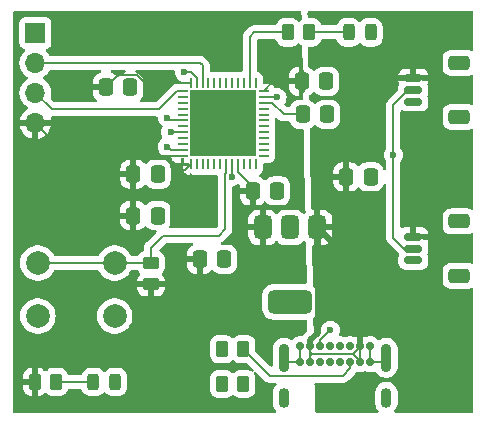
<source format=gbr>
%TF.GenerationSoftware,KiCad,Pcbnew,8.0.5*%
%TF.CreationDate,2025-10-28T17:55:05-05:00*%
%TF.ProjectId,Microcontroller,4d696372-6f63-46f6-9e74-726f6c6c6572,rev?*%
%TF.SameCoordinates,Original*%
%TF.FileFunction,Copper,L1,Top*%
%TF.FilePolarity,Positive*%
%FSLAX46Y46*%
G04 Gerber Fmt 4.6, Leading zero omitted, Abs format (unit mm)*
G04 Created by KiCad (PCBNEW 8.0.5) date 2025-10-28 17:55:05*
%MOMM*%
%LPD*%
G01*
G04 APERTURE LIST*
G04 Aperture macros list*
%AMRoundRect*
0 Rectangle with rounded corners*
0 $1 Rounding radius*
0 $2 $3 $4 $5 $6 $7 $8 $9 X,Y pos of 4 corners*
0 Add a 4 corners polygon primitive as box body*
4,1,4,$2,$3,$4,$5,$6,$7,$8,$9,$2,$3,0*
0 Add four circle primitives for the rounded corners*
1,1,$1+$1,$2,$3*
1,1,$1+$1,$4,$5*
1,1,$1+$1,$6,$7*
1,1,$1+$1,$8,$9*
0 Add four rect primitives between the rounded corners*
20,1,$1+$1,$2,$3,$4,$5,0*
20,1,$1+$1,$4,$5,$6,$7,0*
20,1,$1+$1,$6,$7,$8,$9,0*
20,1,$1+$1,$8,$9,$2,$3,0*%
G04 Aperture macros list end*
%TA.AperFunction,SMDPad,CuDef*%
%ADD10RoundRect,0.250000X0.262500X0.450000X-0.262500X0.450000X-0.262500X-0.450000X0.262500X-0.450000X0*%
%TD*%
%TA.AperFunction,SMDPad,CuDef*%
%ADD11RoundRect,0.250000X-0.337500X-0.475000X0.337500X-0.475000X0.337500X0.475000X-0.337500X0.475000X0*%
%TD*%
%TA.AperFunction,ComponentPad*%
%ADD12C,2.000000*%
%TD*%
%TA.AperFunction,SMDPad,CuDef*%
%ADD13RoundRect,0.243750X0.243750X0.456250X-0.243750X0.456250X-0.243750X-0.456250X0.243750X-0.456250X0*%
%TD*%
%TA.AperFunction,ComponentPad*%
%ADD14C,0.700000*%
%TD*%
%TA.AperFunction,ComponentPad*%
%ADD15O,0.900000X2.400000*%
%TD*%
%TA.AperFunction,ComponentPad*%
%ADD16O,0.900000X1.700000*%
%TD*%
%TA.AperFunction,SMDPad,CuDef*%
%ADD17RoundRect,0.150000X0.625000X-0.150000X0.625000X0.150000X-0.625000X0.150000X-0.625000X-0.150000X0*%
%TD*%
%TA.AperFunction,SMDPad,CuDef*%
%ADD18RoundRect,0.250000X0.650000X-0.350000X0.650000X0.350000X-0.650000X0.350000X-0.650000X-0.350000X0*%
%TD*%
%TA.AperFunction,SMDPad,CuDef*%
%ADD19RoundRect,0.375000X-0.375000X0.625000X-0.375000X-0.625000X0.375000X-0.625000X0.375000X0.625000X0*%
%TD*%
%TA.AperFunction,SMDPad,CuDef*%
%ADD20RoundRect,0.500000X-1.400000X0.500000X-1.400000X-0.500000X1.400000X-0.500000X1.400000X0.500000X0*%
%TD*%
%TA.AperFunction,SMDPad,CuDef*%
%ADD21RoundRect,0.250000X-0.262500X-0.450000X0.262500X-0.450000X0.262500X0.450000X-0.262500X0.450000X0*%
%TD*%
%TA.AperFunction,SMDPad,CuDef*%
%ADD22RoundRect,0.062500X0.062500X-0.375000X0.062500X0.375000X-0.062500X0.375000X-0.062500X-0.375000X0*%
%TD*%
%TA.AperFunction,SMDPad,CuDef*%
%ADD23RoundRect,0.062500X0.375000X-0.062500X0.375000X0.062500X-0.375000X0.062500X-0.375000X-0.062500X0*%
%TD*%
%TA.AperFunction,HeatsinkPad*%
%ADD24R,5.600000X5.600000*%
%TD*%
%TA.AperFunction,ComponentPad*%
%ADD25R,1.700000X1.700000*%
%TD*%
%TA.AperFunction,ComponentPad*%
%ADD26O,1.700000X1.700000*%
%TD*%
%TA.AperFunction,SMDPad,CuDef*%
%ADD27RoundRect,0.250000X-0.450000X0.262500X-0.450000X-0.262500X0.450000X-0.262500X0.450000X0.262500X0*%
%TD*%
%TA.AperFunction,ViaPad*%
%ADD28C,0.600000*%
%TD*%
%TA.AperFunction,Conductor*%
%ADD29C,0.200000*%
%TD*%
%TA.AperFunction,Conductor*%
%ADD30C,0.500000*%
%TD*%
G04 APERTURE END LIST*
D10*
%TO.P,R5,1*%
%TO.N,Net-(USBC1-CC2)*%
X98535000Y-134120000D03*
%TO.P,R5,2*%
%TO.N,GND*%
X96710000Y-134120000D03*
%TD*%
%TO.P,5.1,1*%
%TO.N,Net-(USBC1-CC1)*%
X98535000Y-137070000D03*
%TO.P,5.1,2*%
%TO.N,GND*%
X96710000Y-137070000D03*
%TD*%
D11*
%TO.P,C6,2*%
%TO.N,GND*%
X105637500Y-114230000D03*
%TO.P,C6,1*%
%TO.N,Net-(U3-VCAP1)*%
X103562500Y-114230000D03*
%TD*%
%TO.P,C4,2*%
%TO.N,GND*%
X91277500Y-119300000D03*
%TO.P,C4,1*%
%TO.N,3V3*%
X89202500Y-119300000D03*
%TD*%
%TO.P,C7,1*%
%TO.N,3V3*%
X94845000Y-126510000D03*
%TO.P,C7,2*%
%TO.N,GND*%
X96920000Y-126510000D03*
%TD*%
D12*
%TO.P,SW1,1,A*%
%TO.N,NRST*%
X81130000Y-126810000D03*
X87630000Y-126810000D03*
%TO.P,SW1,2,B*%
%TO.N,GND*%
X81130000Y-131310000D03*
X87630000Y-131310000D03*
%TD*%
D13*
%TO.P,D2,1,K*%
%TO.N,GND*%
X109320000Y-107300000D03*
%TO.P,D2,2,A*%
%TO.N,Net-(D2-A)*%
X107445000Y-107300000D03*
%TD*%
D14*
%TO.P,USBC1,A1,GND*%
%TO.N,GND*%
X103330000Y-133870000D03*
%TO.P,USBC1,A4,VBUS*%
%TO.N,+5V*%
X104180000Y-133870000D03*
%TO.P,USBC1,A5,CC1*%
%TO.N,Net-(USBC1-CC1)*%
X105030000Y-133870000D03*
%TO.P,USBC1,A6,D+*%
%TO.N,unconnected-(USBC1-D+-PadA6)*%
X105880000Y-133870000D03*
%TO.P,USBC1,A7,D-*%
%TO.N,unconnected-(USBC1-D--PadA7)*%
X106730000Y-133870000D03*
%TO.P,USBC1,A8*%
%TO.N,N/C*%
X107580000Y-133870000D03*
%TO.P,USBC1,A9,VBUS*%
%TO.N,+5V*%
X108430000Y-133870000D03*
%TO.P,USBC1,A12,GND*%
%TO.N,GND*%
X109280000Y-133870000D03*
%TO.P,USBC1,B1,GND*%
X109280000Y-135220000D03*
%TO.P,USBC1,B4,VBUS*%
%TO.N,+5V*%
X108430000Y-135220000D03*
%TO.P,USBC1,B5,CC2*%
%TO.N,Net-(USBC1-CC2)*%
X107580000Y-135220000D03*
%TO.P,USBC1,B6,D+*%
%TO.N,unconnected-(USBC1-D+-PadB6)*%
X106730000Y-135220000D03*
%TO.P,USBC1,B7,D-*%
%TO.N,unconnected-(USBC1-D--PadB7)*%
X105880000Y-135220000D03*
%TO.P,USBC1,B8*%
%TO.N,N/C*%
X105030000Y-135220000D03*
%TO.P,USBC1,B9,VBUS*%
%TO.N,+5V*%
X104180000Y-135220000D03*
%TO.P,USBC1,B12,GND*%
%TO.N,GND*%
X103330000Y-135220000D03*
D15*
%TO.P,USBC1,S1,SHIELD*%
X101980000Y-134850000D03*
D16*
X101980000Y-138230000D03*
D15*
X110630000Y-134850000D03*
D16*
X110630000Y-138230000D03*
%TD*%
D17*
%TO.P,J3,1,Pin_1*%
%TO.N,GND*%
X112920000Y-113170000D03*
%TO.P,J3,2,Pin_2*%
%TO.N,TIM4_CH1*%
X112920000Y-112170000D03*
%TO.P,J3,3,Pin_3*%
%TO.N,+5V*%
X112920000Y-111170000D03*
D18*
%TO.P,J3,MP*%
%TO.N,N/C*%
X116795000Y-114470000D03*
X116795000Y-109870000D03*
%TD*%
D11*
%TO.P,C1,1*%
%TO.N,3V3*%
X99325000Y-120720000D03*
%TO.P,C1,2*%
%TO.N,GND*%
X101400000Y-120720000D03*
%TD*%
D19*
%TO.P,PWRregu1,1,VI*%
%TO.N,+5V*%
X104790000Y-123810000D03*
%TO.P,PWRregu1,2,GND*%
%TO.N,GND*%
X102490000Y-123810000D03*
D20*
X102490000Y-130110000D03*
D19*
%TO.P,PWRregu1,3,VO*%
%TO.N,3V3*%
X100190000Y-123810000D03*
%TD*%
D21*
%TO.P,R2,1*%
%TO.N,ON_LED*%
X102285000Y-107300000D03*
%TO.P,R2,2*%
%TO.N,Net-(D2-A)*%
X104110000Y-107300000D03*
%TD*%
D22*
%TO.P,U3,1,VBAT*%
%TO.N,3V3*%
X94070000Y-118445000D03*
%TO.P,U3,2,PC13*%
%TO.N,unconnected-(U3-PC13-Pad2)*%
X94570000Y-118445000D03*
%TO.P,U3,3,PC14*%
%TO.N,unconnected-(U3-PC14-Pad3)*%
X95070000Y-118445000D03*
%TO.P,U3,4,PC15*%
%TO.N,unconnected-(U3-PC15-Pad4)*%
X95570000Y-118445000D03*
%TO.P,U3,5,PH0*%
%TO.N,RCC_OSC_IN*%
X96070000Y-118445000D03*
%TO.P,U3,6,PH1*%
%TO.N,RCC_OSC_OUT*%
X96570000Y-118445000D03*
%TO.P,U3,7,NRST*%
%TO.N,NRST*%
X97070000Y-118445000D03*
%TO.P,U3,8,VSSA*%
%TO.N,GND*%
X97570000Y-118445000D03*
%TO.P,U3,9,VDDA*%
%TO.N,3V3*%
X98070000Y-118445000D03*
%TO.P,U3,10,PA0*%
%TO.N,BTN*%
X98570000Y-118445000D03*
%TO.P,U3,11,PA1*%
%TO.N,unconnected-(U3-PA1-Pad11)*%
X99070000Y-118445000D03*
%TO.P,U3,12,PA2*%
%TO.N,unconnected-(U3-PA2-Pad12)*%
X99570000Y-118445000D03*
D23*
%TO.P,U3,13,PA3*%
%TO.N,unconnected-(U3-PA3-Pad13)*%
X100257500Y-117757500D03*
%TO.P,U3,14,PA4*%
%TO.N,unconnected-(U3-PA4-Pad14)*%
X100257500Y-117257500D03*
%TO.P,U3,15,PA5*%
%TO.N,unconnected-(U3-PA5-Pad15)*%
X100257500Y-116757500D03*
%TO.P,U3,16,PA6*%
%TO.N,unconnected-(U3-PA6-Pad16)*%
X100257500Y-116257500D03*
%TO.P,U3,17,PA7*%
%TO.N,unconnected-(U3-PA7-Pad17)*%
X100257500Y-115757500D03*
%TO.P,U3,18,PB0*%
%TO.N,unconnected-(U3-PB0-Pad18)*%
X100257500Y-115257500D03*
%TO.P,U3,19,PB1*%
%TO.N,unconnected-(U3-PB1-Pad19)*%
X100257500Y-114757500D03*
%TO.P,U3,20,PB2*%
%TO.N,unconnected-(U3-PB2-Pad20)*%
X100257500Y-114257500D03*
%TO.P,U3,21,PB10*%
%TO.N,USART1_RX*%
X100257500Y-113757500D03*
%TO.P,U3,22,VCAP1*%
%TO.N,Net-(U3-VCAP1)*%
X100257500Y-113257500D03*
%TO.P,U3,23,VSS*%
%TO.N,GND*%
X100257500Y-112757500D03*
%TO.P,U3,24,VDD*%
%TO.N,3V3*%
X100257500Y-112257500D03*
D22*
%TO.P,U3,25,PB12*%
%TO.N,unconnected-(U3-PB12-Pad25)*%
X99570000Y-111570000D03*
%TO.P,U3,26,PB13*%
%TO.N,ON_LED*%
X99070000Y-111570000D03*
%TO.P,U3,27,PB14*%
%TO.N,SYS_JTCK_SWCLK*%
X98570000Y-111570000D03*
%TO.P,U3,28,PB15*%
%TO.N,unconnected-(U3-PB15-Pad28)*%
X98070000Y-111570000D03*
%TO.P,U3,29,PA8*%
%TO.N,unconnected-(U3-PA8-Pad29)*%
X97570000Y-111570000D03*
%TO.P,U3,30,PA9*%
%TO.N,unconnected-(U3-PA9-Pad30)*%
X97070000Y-111570000D03*
%TO.P,U3,31,PA10*%
%TO.N,unconnected-(U3-PA10-Pad31)*%
X96570000Y-111570000D03*
%TO.P,U3,32,PA11*%
%TO.N,unconnected-(U3-PA11-Pad32)*%
X96070000Y-111570000D03*
%TO.P,U3,33,PA12*%
%TO.N,unconnected-(U3-PA12-Pad33)*%
X95570000Y-111570000D03*
%TO.P,U3,34,PA13*%
%TO.N,DIO*%
X95070000Y-111570000D03*
%TO.P,U3,35,VSS*%
%TO.N,GND*%
X94570000Y-111570000D03*
%TO.P,U3,36,VDD*%
%TO.N,3V3*%
X94070000Y-111570000D03*
D23*
%TO.P,U3,37,PA14*%
%TO.N,CLK*%
X93382500Y-112257500D03*
%TO.P,U3,38,PA15*%
%TO.N,unconnected-(U3-PA15-Pad38)*%
X93382500Y-112757500D03*
%TO.P,U3,39,PB3*%
%TO.N,SYS_JTDO-SWO*%
X93382500Y-113257500D03*
%TO.P,U3,40,PB4*%
%TO.N,unconnected-(U3-PB4-Pad40)*%
X93382500Y-113757500D03*
%TO.P,U3,41,PB5*%
%TO.N,unconnected-(U3-PB5-Pad41)*%
X93382500Y-114257500D03*
%TO.P,U3,42,PB6*%
%TO.N,TIM4_CH1*%
X93382500Y-114757500D03*
%TO.P,U3,43,PB7*%
%TO.N,unconnected-(U3-PB7-Pad43)*%
X93382500Y-115257500D03*
%TO.P,U3,44,BOOT0*%
%TO.N,GND*%
X93382500Y-115757500D03*
%TO.P,U3,45,PB8*%
%TO.N,unconnected-(U3-PB8-Pad45)*%
X93382500Y-116257500D03*
%TO.P,U3,46,PB9*%
%TO.N,USART1_TX*%
X93382500Y-116757500D03*
%TO.P,U3,47,VSS*%
%TO.N,GND*%
X93382500Y-117257500D03*
%TO.P,U3,48,VDD*%
%TO.N,3V3*%
X93382500Y-117757500D03*
D24*
%TO.P,U3,49,VSS*%
%TO.N,GND*%
X96820000Y-115007500D03*
%TD*%
D21*
%TO.P,R1,1*%
%TO.N,3V3*%
X80862500Y-136890000D03*
%TO.P,R1,2*%
%TO.N,Net-(D1-A)*%
X82687500Y-136890000D03*
%TD*%
D25*
%TO.P,ST-Link1,1,Pin_1*%
%TO.N,GND*%
X80920000Y-107340000D03*
D26*
%TO.P,ST-Link1,2,Pin_2*%
%TO.N,DIO*%
X80920000Y-109880000D03*
%TO.P,ST-Link1,3,Pin_3*%
%TO.N,CLK*%
X80920000Y-112420000D03*
%TO.P,ST-Link1,4,Pin_4*%
%TO.N,3V3*%
X80920000Y-114960000D03*
%TD*%
D11*
%TO.P,C5,2*%
%TO.N,GND*%
X105550000Y-111440000D03*
%TO.P,C5,1*%
%TO.N,3V3*%
X103475000Y-111440000D03*
%TD*%
D17*
%TO.P,J2,1,Pin_1*%
%TO.N,GND*%
X112920000Y-126600000D03*
%TO.P,J2,2,Pin_2*%
%TO.N,TIM4_CH1*%
X112920000Y-125600000D03*
%TO.P,J2,3,Pin_3*%
%TO.N,+5V*%
X112920000Y-124600000D03*
D18*
%TO.P,J2,MP*%
%TO.N,N/C*%
X116795000Y-127900000D03*
X116795000Y-123300000D03*
%TD*%
D11*
%TO.P,C2,1*%
%TO.N,3V3*%
X86890000Y-111940000D03*
%TO.P,C2,2*%
%TO.N,GND*%
X88965000Y-111940000D03*
%TD*%
%TO.P,C8,1*%
%TO.N,+5V*%
X107235000Y-119530000D03*
%TO.P,C8,2*%
%TO.N,GND*%
X109310000Y-119530000D03*
%TD*%
%TO.P,C3,2*%
%TO.N,GND*%
X91267500Y-122810000D03*
%TO.P,C3,1*%
%TO.N,3V3*%
X89192500Y-122810000D03*
%TD*%
D27*
%TO.P,R3,1*%
%TO.N,NRST*%
X90710000Y-126815000D03*
%TO.P,R3,2*%
%TO.N,3V3*%
X90710000Y-128640000D03*
%TD*%
D13*
%TO.P,D1,1,K*%
%TO.N,GND*%
X87697500Y-136890000D03*
%TO.P,D1,2,A*%
%TO.N,Net-(D1-A)*%
X85822500Y-136890000D03*
%TD*%
D28*
%TO.N,Net-(USBC1-CC1)*%
X98617574Y-137091852D03*
X105900000Y-132510000D03*
%TO.N,GND*%
X96710000Y-134120000D03*
X96710000Y-137070000D03*
%TO.N,3V3*%
X101100000Y-111480000D03*
X89250000Y-119310000D03*
%TO.N,GND*%
X91240000Y-119360000D03*
X105720000Y-114110000D03*
X112920000Y-126600000D03*
X96820000Y-115007500D03*
X92080000Y-116970000D03*
X93520000Y-110660000D03*
X109310000Y-119530000D03*
X105610000Y-111370000D03*
X112920000Y-113170000D03*
X88965000Y-111940000D03*
X97590000Y-119510000D03*
X101400000Y-120720000D03*
X91267500Y-122810000D03*
X102490000Y-130110000D03*
X96962500Y-126470000D03*
X102490000Y-123810000D03*
X109320000Y-107300000D03*
X87830000Y-136980000D03*
X101380000Y-112810000D03*
X92360000Y-115750000D03*
%TO.N,TIM4_CH1*%
X111220000Y-117680000D03*
X92090000Y-114510000D03*
%TO.N,3V3*%
X85010000Y-111940000D03*
%TD*%
D29*
%TO.N,Net-(USBC1-CC1)*%
X105895026Y-132510000D02*
X105900000Y-132510000D01*
X105030000Y-133375026D02*
X105895026Y-132510000D01*
X105030000Y-133870000D02*
X105030000Y-133375026D01*
%TO.N,Net-(USBC1-CC2)*%
X106944974Y-136350000D02*
X107580000Y-135714974D01*
X100765000Y-136350000D02*
X106944974Y-136350000D01*
X98535000Y-134120000D02*
X100765000Y-136350000D01*
X107580000Y-135714974D02*
X107580000Y-135220000D01*
%TO.N,3V3*%
X101100000Y-111480000D02*
X103475000Y-111440000D01*
%TO.N,NRST*%
X96430000Y-124500000D02*
X91751471Y-124500000D01*
X96990000Y-123940000D02*
X96430000Y-124500000D01*
X96990000Y-119261471D02*
X96990000Y-123940000D01*
X97070000Y-119181471D02*
X96990000Y-119261471D01*
X91751471Y-124500000D02*
X90710000Y-125541471D01*
X90710000Y-125541471D02*
X90710000Y-126815000D01*
X97070000Y-118445000D02*
X97070000Y-119181471D01*
X89017500Y-126815000D02*
X90710000Y-126815000D01*
X89012500Y-126810000D02*
X89017500Y-126815000D01*
X87630000Y-126810000D02*
X89012500Y-126810000D01*
%TO.N,Net-(U3-VCAP1)*%
X101951471Y-114230000D02*
X103562500Y-114230000D01*
X100978971Y-113257500D02*
X101951471Y-114230000D01*
X100257500Y-113257500D02*
X100978971Y-113257500D01*
%TO.N,ON_LED*%
X99070000Y-107670000D02*
X99070000Y-111570000D01*
X99440000Y-107300000D02*
X99070000Y-107670000D01*
X102285000Y-107300000D02*
X99440000Y-107300000D01*
%TO.N,GND*%
X100257500Y-112757500D02*
X101380000Y-112810000D01*
X97570000Y-118445000D02*
X97590000Y-119510000D01*
X102350000Y-135220000D02*
X101980000Y-134850000D01*
X93382500Y-115757500D02*
X92367500Y-115757500D01*
X94570000Y-111570000D02*
X94570000Y-111118114D01*
X94111886Y-110660000D02*
X93520000Y-110660000D01*
X92367500Y-117257500D02*
X92080000Y-116970000D01*
X103330000Y-135220000D02*
X103330000Y-133870000D01*
X101352500Y-112757500D02*
X101370000Y-112740000D01*
X103330000Y-135220000D02*
X102350000Y-135220000D01*
X92367500Y-115757500D02*
X92360000Y-115750000D01*
X101380000Y-112810000D02*
X101352500Y-112757500D01*
X97590000Y-119510000D02*
X97570000Y-119510000D01*
X94570000Y-111118114D02*
X94111886Y-110660000D01*
X97570000Y-119510000D02*
X97560000Y-119520000D01*
X93382500Y-117257500D02*
X92367500Y-117257500D01*
X110260000Y-135220000D02*
X110630000Y-134850000D01*
X109280000Y-133870000D02*
X109280000Y-135220000D01*
X109280000Y-135220000D02*
X110260000Y-135220000D01*
%TO.N,Net-(D2-A)*%
X104110000Y-107300000D02*
X107445000Y-107300000D01*
%TO.N,NRST*%
X81130000Y-126810000D02*
X87630000Y-126810000D01*
%TO.N,Net-(D1-A)*%
X82687500Y-136890000D02*
X85822500Y-136890000D01*
%TO.N,+5V*%
X108430000Y-135150761D02*
X108430000Y-135220000D01*
D30*
X108430000Y-127450000D02*
X108430000Y-133870000D01*
X104840000Y-123860000D02*
X104840000Y-132715026D01*
D29*
X104180000Y-134364974D02*
X104335026Y-134520000D01*
X108430000Y-133870000D02*
X108430000Y-135220000D01*
X104335026Y-134520000D02*
X107849239Y-134520000D01*
X104180000Y-134725026D02*
X104335026Y-134570000D01*
X104180000Y-133870000D02*
X104180000Y-135220000D01*
X107849239Y-134570000D02*
X108430000Y-135150761D01*
X104335026Y-134570000D02*
X107849239Y-134570000D01*
D30*
X104790000Y-123810000D02*
X104840000Y-123860000D01*
D29*
X104180000Y-135220000D02*
X104180000Y-134725026D01*
D30*
X104790000Y-123810000D02*
X108430000Y-127450000D01*
D29*
X108430000Y-133939239D02*
X108430000Y-133870000D01*
X104180000Y-133870000D02*
X104180000Y-134364974D01*
X107849239Y-134520000D02*
X108430000Y-133939239D01*
D30*
X104840000Y-132715026D02*
X104180000Y-133375026D01*
X104180000Y-133375026D02*
X104180000Y-133870000D01*
D29*
X104180000Y-133800761D02*
X104180000Y-133870000D01*
%TO.N,CLK*%
X82300000Y-113800000D02*
X91388114Y-113800000D01*
X92930614Y-112257500D02*
X93382500Y-112257500D01*
X80920000Y-112420000D02*
X82300000Y-113800000D01*
X91388114Y-113800000D02*
X92930614Y-112257500D01*
%TO.N,TIM4_CH1*%
X112504448Y-112170000D02*
X112920000Y-112170000D01*
X93382500Y-114757500D02*
X92227500Y-114757500D01*
X111220000Y-117680000D02*
X111220000Y-113454448D01*
X111220000Y-117680000D02*
X111220000Y-124674999D01*
X92227500Y-114757500D02*
X92090000Y-114510000D01*
X112145001Y-125600000D02*
X112920000Y-125600000D01*
X92090000Y-114510000D02*
X92090000Y-114620000D01*
X113525000Y-125650000D02*
X112750001Y-125650000D01*
X111220000Y-113454448D02*
X112504448Y-112170000D01*
X111220000Y-124674999D02*
X112145001Y-125600000D01*
X112750001Y-125650000D02*
X112450000Y-125349999D01*
%TO.N,DIO*%
X95070000Y-110100000D02*
X95070000Y-111570000D01*
X80920000Y-109880000D02*
X94850000Y-109880000D01*
X94850000Y-109880000D02*
X95070000Y-110100000D01*
%TO.N,3V3*%
X94070000Y-111570000D02*
X90192244Y-111570000D01*
X92320000Y-117757500D02*
X92320000Y-118100000D01*
X83717500Y-117757500D02*
X92110000Y-117757500D01*
X100257500Y-112257500D02*
X101075000Y-111440000D01*
X92320000Y-117757500D02*
X93382500Y-117757500D01*
X80920000Y-114960000D02*
X83717500Y-117757500D01*
X99325000Y-120396471D02*
X99325000Y-120720000D01*
X90192244Y-111570000D02*
X89502244Y-110880000D01*
X87950000Y-110880000D02*
X86890000Y-111940000D01*
X93180000Y-118940000D02*
X93575000Y-118940000D01*
X86890000Y-111940000D02*
X85010000Y-111940000D01*
X93575000Y-118940000D02*
X94070000Y-118445000D01*
X98070000Y-119141471D02*
X99325000Y-120396471D01*
X93170000Y-118950000D02*
X93180000Y-118940000D01*
X92320000Y-118100000D02*
X93170000Y-118950000D01*
X98070000Y-118445000D02*
X98070000Y-119141471D01*
X92110000Y-117757500D02*
X92320000Y-117757500D01*
X101075000Y-111440000D02*
X101100000Y-111480000D01*
X89502244Y-110880000D02*
X87950000Y-110880000D01*
%TD*%
%TA.AperFunction,Conductor*%
%TO.N,+5V*%
G36*
X117942539Y-105520185D02*
G01*
X117988294Y-105572989D01*
X117999500Y-105624500D01*
X117999500Y-108758062D01*
X117979815Y-108825101D01*
X117927011Y-108870856D01*
X117857853Y-108880800D01*
X117810405Y-108863602D01*
X117764338Y-108835188D01*
X117764335Y-108835186D01*
X117764334Y-108835186D01*
X117597797Y-108780001D01*
X117597795Y-108780000D01*
X117495010Y-108769500D01*
X116094998Y-108769500D01*
X116094981Y-108769501D01*
X115992203Y-108780000D01*
X115992200Y-108780001D01*
X115825668Y-108835185D01*
X115825663Y-108835187D01*
X115676342Y-108927289D01*
X115552289Y-109051342D01*
X115460187Y-109200663D01*
X115460186Y-109200666D01*
X115405001Y-109367203D01*
X115405001Y-109367204D01*
X115405000Y-109367204D01*
X115394500Y-109469983D01*
X115394500Y-110270001D01*
X115394501Y-110270019D01*
X115405000Y-110372796D01*
X115405001Y-110372799D01*
X115447760Y-110501836D01*
X115460186Y-110539334D01*
X115552288Y-110688656D01*
X115676344Y-110812712D01*
X115825666Y-110904814D01*
X115992203Y-110959999D01*
X116094991Y-110970500D01*
X117495008Y-110970499D01*
X117597797Y-110959999D01*
X117764334Y-110904814D01*
X117810404Y-110876397D01*
X117877796Y-110857958D01*
X117944459Y-110878881D01*
X117989229Y-110932523D01*
X117999500Y-110981937D01*
X117999500Y-113358062D01*
X117979815Y-113425101D01*
X117927011Y-113470856D01*
X117857853Y-113480800D01*
X117810405Y-113463602D01*
X117764338Y-113435188D01*
X117764335Y-113435186D01*
X117764334Y-113435186D01*
X117597797Y-113380001D01*
X117597795Y-113380000D01*
X117495010Y-113369500D01*
X116094998Y-113369500D01*
X116094981Y-113369501D01*
X115992203Y-113380000D01*
X115992200Y-113380001D01*
X115825668Y-113435185D01*
X115825663Y-113435187D01*
X115676342Y-113527289D01*
X115552289Y-113651342D01*
X115460187Y-113800663D01*
X115460185Y-113800668D01*
X115440099Y-113861284D01*
X115405001Y-113967203D01*
X115405001Y-113967204D01*
X115405000Y-113967204D01*
X115394500Y-114069983D01*
X115394500Y-114870001D01*
X115394501Y-114870019D01*
X115405000Y-114972796D01*
X115405001Y-114972799D01*
X115460185Y-115139331D01*
X115460187Y-115139336D01*
X115479608Y-115170822D01*
X115552288Y-115288656D01*
X115676344Y-115412712D01*
X115825666Y-115504814D01*
X115992203Y-115559999D01*
X116094991Y-115570500D01*
X117495008Y-115570499D01*
X117597797Y-115559999D01*
X117764334Y-115504814D01*
X117810404Y-115476397D01*
X117877796Y-115457958D01*
X117944459Y-115478881D01*
X117989229Y-115532523D01*
X117999500Y-115581937D01*
X117999500Y-122188062D01*
X117979815Y-122255101D01*
X117927011Y-122300856D01*
X117857853Y-122310800D01*
X117810405Y-122293602D01*
X117764338Y-122265188D01*
X117764335Y-122265186D01*
X117764334Y-122265186D01*
X117597797Y-122210001D01*
X117597795Y-122210000D01*
X117495010Y-122199500D01*
X116094998Y-122199500D01*
X116094981Y-122199501D01*
X115992203Y-122210000D01*
X115992200Y-122210001D01*
X115825668Y-122265185D01*
X115825663Y-122265187D01*
X115676342Y-122357289D01*
X115552289Y-122481342D01*
X115460187Y-122630663D01*
X115460185Y-122630668D01*
X115433574Y-122710977D01*
X115405001Y-122797203D01*
X115405001Y-122797204D01*
X115405000Y-122797204D01*
X115394500Y-122899983D01*
X115394500Y-123700001D01*
X115394501Y-123700019D01*
X115405000Y-123802796D01*
X115405001Y-123802799D01*
X115447919Y-123932314D01*
X115460186Y-123969334D01*
X115552288Y-124118656D01*
X115676344Y-124242712D01*
X115825666Y-124334814D01*
X115992203Y-124389999D01*
X116094991Y-124400500D01*
X117495008Y-124400499D01*
X117597797Y-124389999D01*
X117764334Y-124334814D01*
X117810404Y-124306397D01*
X117877796Y-124287958D01*
X117944459Y-124308881D01*
X117989229Y-124362523D01*
X117999500Y-124411937D01*
X117999500Y-126788062D01*
X117979815Y-126855101D01*
X117927011Y-126900856D01*
X117857853Y-126910800D01*
X117810405Y-126893602D01*
X117764338Y-126865188D01*
X117764335Y-126865186D01*
X117764334Y-126865186D01*
X117597797Y-126810001D01*
X117597795Y-126810000D01*
X117495010Y-126799500D01*
X116094998Y-126799500D01*
X116094981Y-126799501D01*
X115992203Y-126810000D01*
X115992200Y-126810001D01*
X115825668Y-126865185D01*
X115825663Y-126865187D01*
X115676342Y-126957289D01*
X115552289Y-127081342D01*
X115460187Y-127230663D01*
X115460185Y-127230668D01*
X115432349Y-127314670D01*
X115405001Y-127397203D01*
X115405001Y-127397204D01*
X115405000Y-127397204D01*
X115394500Y-127499983D01*
X115394500Y-128300001D01*
X115394501Y-128300019D01*
X115405000Y-128402796D01*
X115405001Y-128402799D01*
X115460185Y-128569331D01*
X115460186Y-128569334D01*
X115552288Y-128718656D01*
X115676344Y-128842712D01*
X115825666Y-128934814D01*
X115992203Y-128989999D01*
X116094991Y-129000500D01*
X117495008Y-129000499D01*
X117597797Y-128989999D01*
X117764334Y-128934814D01*
X117810404Y-128906397D01*
X117877796Y-128887958D01*
X117944459Y-128908881D01*
X117989229Y-128962523D01*
X117999500Y-129011937D01*
X117999500Y-139375500D01*
X117979815Y-139442539D01*
X117927011Y-139488294D01*
X117875500Y-139499500D01*
X111404073Y-139499500D01*
X111337034Y-139479815D01*
X111291279Y-139427011D01*
X111281335Y-139357853D01*
X111310360Y-139294297D01*
X111316392Y-139287819D01*
X111368299Y-139235911D01*
X111368302Y-139235908D01*
X111472322Y-139080231D01*
X111543973Y-138907251D01*
X111580500Y-138723616D01*
X111580500Y-137736384D01*
X111543973Y-137552749D01*
X111472322Y-137379769D01*
X111472321Y-137379768D01*
X111472318Y-137379762D01*
X111368302Y-137224092D01*
X111368299Y-137224088D01*
X111235911Y-137091700D01*
X111235907Y-137091697D01*
X111080237Y-136987681D01*
X111080228Y-136987676D01*
X110907251Y-136916027D01*
X110907243Y-136916025D01*
X110723620Y-136879500D01*
X110723616Y-136879500D01*
X110536384Y-136879500D01*
X110536379Y-136879500D01*
X110352756Y-136916025D01*
X110352748Y-136916027D01*
X110179771Y-136987676D01*
X110179762Y-136987681D01*
X110024092Y-137091697D01*
X110024088Y-137091700D01*
X109891700Y-137224088D01*
X109891697Y-137224092D01*
X109787681Y-137379762D01*
X109787676Y-137379771D01*
X109716027Y-137552748D01*
X109716025Y-137552756D01*
X109679500Y-137736379D01*
X109679500Y-138723620D01*
X109716025Y-138907243D01*
X109716027Y-138907251D01*
X109787676Y-139080228D01*
X109787681Y-139080237D01*
X109891697Y-139235907D01*
X109891700Y-139235911D01*
X109943608Y-139287819D01*
X109977093Y-139349142D01*
X109972109Y-139418834D01*
X109930237Y-139474767D01*
X109864773Y-139499184D01*
X109855927Y-139499500D01*
X104712721Y-139499500D01*
X104645682Y-139479815D01*
X104599927Y-139427011D01*
X104588743Y-139377840D01*
X104548091Y-137224088D01*
X104545312Y-137076839D01*
X104563728Y-137009441D01*
X104615659Y-136962698D01*
X104669290Y-136950500D01*
X106858305Y-136950500D01*
X106858321Y-136950501D01*
X106865917Y-136950501D01*
X107024028Y-136950501D01*
X107024031Y-136950501D01*
X107176759Y-136909577D01*
X107228853Y-136879500D01*
X107313690Y-136830520D01*
X107425494Y-136718716D01*
X107425494Y-136718714D01*
X107435698Y-136708511D01*
X107435702Y-136708506D01*
X107938506Y-136205702D01*
X107938511Y-136205698D01*
X107948714Y-136195494D01*
X107948716Y-136195494D01*
X108060520Y-136083690D01*
X108060527Y-136083676D01*
X108061198Y-136082804D01*
X108061969Y-136082240D01*
X108066267Y-136077943D01*
X108066936Y-136078612D01*
X108117622Y-136041595D01*
X108185363Y-136036990D01*
X108340661Y-136070000D01*
X108519339Y-136070000D01*
X108694110Y-136032851D01*
X108694111Y-136032851D01*
X108803946Y-135983948D01*
X108873196Y-135974662D01*
X108904818Y-135983947D01*
X108931816Y-135995967D01*
X109015733Y-136033329D01*
X109190609Y-136070500D01*
X109190610Y-136070500D01*
X109369389Y-136070500D01*
X109369391Y-136070500D01*
X109544267Y-136033329D01*
X109628184Y-135995966D01*
X109697433Y-135986682D01*
X109760710Y-136016310D01*
X109783793Y-136045499D01*
X109784293Y-136045166D01*
X109891697Y-136205907D01*
X109891700Y-136205911D01*
X110024088Y-136338299D01*
X110024092Y-136338302D01*
X110179762Y-136442318D01*
X110179768Y-136442321D01*
X110179769Y-136442322D01*
X110352749Y-136513973D01*
X110536379Y-136550499D01*
X110536383Y-136550500D01*
X110536384Y-136550500D01*
X110723617Y-136550500D01*
X110723618Y-136550499D01*
X110907251Y-136513973D01*
X111080231Y-136442322D01*
X111235908Y-136338302D01*
X111368302Y-136205908D01*
X111472322Y-136050231D01*
X111543973Y-135877251D01*
X111580500Y-135693616D01*
X111580500Y-134006384D01*
X111543973Y-133822749D01*
X111472322Y-133649769D01*
X111472321Y-133649768D01*
X111472318Y-133649762D01*
X111368302Y-133494092D01*
X111368299Y-133494088D01*
X111235911Y-133361700D01*
X111235907Y-133361697D01*
X111080237Y-133257681D01*
X111080228Y-133257676D01*
X110907251Y-133186027D01*
X110907243Y-133186025D01*
X110723620Y-133149500D01*
X110723616Y-133149500D01*
X110536384Y-133149500D01*
X110536379Y-133149500D01*
X110352756Y-133186025D01*
X110352748Y-133186027D01*
X110179771Y-133257676D01*
X110179762Y-133257681D01*
X110077542Y-133325983D01*
X110010864Y-133346861D01*
X109943484Y-133328376D01*
X109916501Y-133305853D01*
X109852235Y-133234478D01*
X109852232Y-133234476D01*
X109852231Y-133234475D01*
X109852230Y-133234474D01*
X109707593Y-133129388D01*
X109544267Y-133056671D01*
X109544265Y-133056670D01*
X109416594Y-133029533D01*
X109369391Y-133019500D01*
X109190609Y-133019500D01*
X109153439Y-133027400D01*
X109015734Y-133056670D01*
X109015729Y-133056672D01*
X108904818Y-133106052D01*
X108835568Y-133115336D01*
X108803949Y-133106052D01*
X108694110Y-133057148D01*
X108519339Y-133020000D01*
X108340661Y-133020000D01*
X108165890Y-133057148D01*
X108165887Y-133057149D01*
X108056048Y-133106052D01*
X107986798Y-133115336D01*
X107955179Y-133106052D01*
X107844265Y-133056670D01*
X107716594Y-133029533D01*
X107669391Y-133019500D01*
X107490609Y-133019500D01*
X107453439Y-133027400D01*
X107315734Y-133056670D01*
X107315729Y-133056672D01*
X107205434Y-133105778D01*
X107136184Y-133115062D01*
X107104566Y-133105778D01*
X106994270Y-133056672D01*
X106994265Y-133056670D01*
X106866594Y-133029533D01*
X106819391Y-133019500D01*
X106744573Y-133019500D01*
X106677534Y-132999815D01*
X106631779Y-132947011D01*
X106621835Y-132877853D01*
X106627531Y-132854546D01*
X106685367Y-132689257D01*
X106685368Y-132689255D01*
X106705565Y-132510000D01*
X106699388Y-132455178D01*
X106685369Y-132330750D01*
X106685368Y-132330745D01*
X106625788Y-132160476D01*
X106529815Y-132007737D01*
X106402262Y-131880184D01*
X106249523Y-131784211D01*
X106079254Y-131724631D01*
X106079249Y-131724630D01*
X105900004Y-131704435D01*
X105899996Y-131704435D01*
X105720750Y-131724630D01*
X105720745Y-131724631D01*
X105550476Y-131784211D01*
X105397737Y-131880184D01*
X105270184Y-132007737D01*
X105174210Y-132160478D01*
X105114630Y-132330750D01*
X105105469Y-132412062D01*
X105078402Y-132476476D01*
X105069930Y-132485859D01*
X104676138Y-132879651D01*
X104614815Y-132913136D01*
X104545123Y-132908152D01*
X104489190Y-132866280D01*
X104464773Y-132800816D01*
X104464481Y-132794357D01*
X104440304Y-131513467D01*
X104458719Y-131446075D01*
X104485916Y-131415035D01*
X104601109Y-131321109D01*
X104729698Y-131163407D01*
X104823909Y-130983049D01*
X104879886Y-130787418D01*
X104890500Y-130668037D01*
X104890499Y-129551964D01*
X104879886Y-129432582D01*
X104823909Y-129236951D01*
X104729698Y-129056593D01*
X104652994Y-128962523D01*
X104601109Y-128898890D01*
X104443407Y-128770302D01*
X104442340Y-128769599D01*
X104441884Y-128769060D01*
X104438533Y-128766328D01*
X104439042Y-128765703D01*
X104397199Y-128716269D01*
X104386604Y-128668413D01*
X104325600Y-125436339D01*
X104344016Y-125368941D01*
X104395947Y-125322198D01*
X104449578Y-125310000D01*
X104540000Y-125310000D01*
X105040000Y-125310000D01*
X105241097Y-125310000D01*
X105283824Y-125307102D01*
X105468523Y-125261168D01*
X105639022Y-125176609D01*
X105639025Y-125176607D01*
X105787366Y-125057367D01*
X105787367Y-125057366D01*
X105906607Y-124909025D01*
X105906609Y-124909022D01*
X105991168Y-124738523D01*
X106037102Y-124553824D01*
X106040000Y-124511096D01*
X106040000Y-124060000D01*
X105040000Y-124060000D01*
X105040000Y-125310000D01*
X104540000Y-125310000D01*
X104540000Y-123560000D01*
X105040000Y-123560000D01*
X106040000Y-123560000D01*
X106040000Y-123108903D01*
X106037102Y-123066175D01*
X105991168Y-122881476D01*
X105906609Y-122710977D01*
X105906607Y-122710974D01*
X105787367Y-122562633D01*
X105787366Y-122562632D01*
X105639025Y-122443392D01*
X105639022Y-122443390D01*
X105468523Y-122358831D01*
X105283824Y-122312897D01*
X105241097Y-122310000D01*
X105040000Y-122310000D01*
X105040000Y-123560000D01*
X104540000Y-123560000D01*
X104540000Y-122310000D01*
X104388272Y-122310000D01*
X104321233Y-122290315D01*
X104275478Y-122237511D01*
X104264295Y-122188344D01*
X104224028Y-120054986D01*
X106147501Y-120054986D01*
X106157994Y-120157697D01*
X106213141Y-120324119D01*
X106213143Y-120324124D01*
X106305184Y-120473345D01*
X106429154Y-120597315D01*
X106578375Y-120689356D01*
X106578380Y-120689358D01*
X106744802Y-120744505D01*
X106744809Y-120744506D01*
X106847519Y-120754999D01*
X106984999Y-120754999D01*
X106985000Y-120754998D01*
X106985000Y-119780000D01*
X106147501Y-119780000D01*
X106147501Y-120054986D01*
X104224028Y-120054986D01*
X104204210Y-119005013D01*
X106147500Y-119005013D01*
X106147500Y-119280000D01*
X106985000Y-119280000D01*
X106985000Y-118305000D01*
X107485000Y-118305000D01*
X107485000Y-120754999D01*
X107622472Y-120754999D01*
X107622486Y-120754998D01*
X107725197Y-120744505D01*
X107891619Y-120689358D01*
X107891624Y-120689356D01*
X108040845Y-120597315D01*
X108164818Y-120473342D01*
X108166665Y-120470348D01*
X108168469Y-120468724D01*
X108169298Y-120467677D01*
X108169476Y-120467818D01*
X108218610Y-120423621D01*
X108287573Y-120412396D01*
X108351656Y-120440236D01*
X108377743Y-120470341D01*
X108379788Y-120473656D01*
X108503844Y-120597712D01*
X108653166Y-120689814D01*
X108819703Y-120744999D01*
X108922491Y-120755500D01*
X109697508Y-120755499D01*
X109697516Y-120755498D01*
X109697519Y-120755498D01*
X109753802Y-120749748D01*
X109800297Y-120744999D01*
X109966834Y-120689814D01*
X110116156Y-120597712D01*
X110240212Y-120473656D01*
X110332314Y-120324334D01*
X110377795Y-120187081D01*
X110417567Y-120129638D01*
X110482082Y-120102815D01*
X110550858Y-120115130D01*
X110602058Y-120162673D01*
X110619500Y-120226087D01*
X110619500Y-124588329D01*
X110619499Y-124588347D01*
X110619499Y-124754053D01*
X110619498Y-124754053D01*
X110619499Y-124754056D01*
X110660423Y-124906784D01*
X110660424Y-124906785D01*
X110674934Y-124931919D01*
X110674935Y-124931920D01*
X110739475Y-125043708D01*
X110739481Y-125043716D01*
X110858349Y-125162584D01*
X110858355Y-125162589D01*
X111660140Y-125964374D01*
X111660150Y-125964385D01*
X111664479Y-125968713D01*
X111664481Y-125968716D01*
X111666680Y-125970915D01*
X111689047Y-126003826D01*
X111689287Y-126003685D01*
X111691532Y-126007482D01*
X111692806Y-126009356D01*
X111693253Y-126010390D01*
X111693256Y-126010398D01*
X111708916Y-126036878D01*
X111708918Y-126036881D01*
X111726098Y-126104606D01*
X111708918Y-126163119D01*
X111693253Y-126189606D01*
X111647402Y-126347426D01*
X111647401Y-126347432D01*
X111644500Y-126384298D01*
X111644500Y-126815701D01*
X111647401Y-126852567D01*
X111647402Y-126852573D01*
X111693254Y-127010393D01*
X111693255Y-127010396D01*
X111776917Y-127151862D01*
X111776923Y-127151870D01*
X111893129Y-127268076D01*
X111893133Y-127268079D01*
X111893135Y-127268081D01*
X112034602Y-127351744D01*
X112076224Y-127363836D01*
X112192426Y-127397597D01*
X112192429Y-127397597D01*
X112192431Y-127397598D01*
X112229306Y-127400500D01*
X112868085Y-127400500D01*
X112881969Y-127401280D01*
X112919998Y-127405565D01*
X112920000Y-127405565D01*
X112920002Y-127405565D01*
X112958031Y-127401280D01*
X112971915Y-127400500D01*
X113610686Y-127400500D01*
X113610694Y-127400500D01*
X113647569Y-127397598D01*
X113647571Y-127397597D01*
X113647573Y-127397597D01*
X113689191Y-127385505D01*
X113805398Y-127351744D01*
X113946865Y-127268081D01*
X114063081Y-127151865D01*
X114146744Y-127010398D01*
X114188932Y-126865187D01*
X114192597Y-126852573D01*
X114192598Y-126852567D01*
X114195499Y-126815701D01*
X114195500Y-126815694D01*
X114195500Y-126384306D01*
X114192598Y-126347431D01*
X114146744Y-126189602D01*
X114131084Y-126163122D01*
X114113900Y-126095399D01*
X114131084Y-126036878D01*
X114146742Y-126010401D01*
X114146744Y-126010398D01*
X114192598Y-125852569D01*
X114195500Y-125815694D01*
X114195500Y-125384306D01*
X114192598Y-125347431D01*
X114180881Y-125307102D01*
X114146745Y-125189606D01*
X114146745Y-125189605D01*
X114146744Y-125189604D01*
X114146744Y-125189602D01*
X114130791Y-125162628D01*
X114113611Y-125094905D01*
X114130794Y-125036386D01*
X114146281Y-125010199D01*
X114192100Y-124852486D01*
X114192295Y-124850001D01*
X114192295Y-124850000D01*
X113829050Y-124850000D01*
X113794455Y-124845076D01*
X113647573Y-124802402D01*
X113647567Y-124802401D01*
X113610701Y-124799500D01*
X113610694Y-124799500D01*
X112794000Y-124799500D01*
X112726961Y-124779815D01*
X112681206Y-124727011D01*
X112670000Y-124675500D01*
X112670000Y-124350000D01*
X113170000Y-124350000D01*
X114192295Y-124350000D01*
X114192295Y-124349998D01*
X114192100Y-124347513D01*
X114146281Y-124189801D01*
X114062685Y-124048447D01*
X114062678Y-124048438D01*
X113946561Y-123932321D01*
X113946552Y-123932314D01*
X113805196Y-123848717D01*
X113805193Y-123848716D01*
X113647495Y-123802900D01*
X113647489Y-123802899D01*
X113610649Y-123800000D01*
X113170000Y-123800000D01*
X113170000Y-124350000D01*
X112670000Y-124350000D01*
X112670000Y-123800000D01*
X112229350Y-123800000D01*
X112192510Y-123802899D01*
X112192504Y-123802900D01*
X112034806Y-123848716D01*
X112034800Y-123848718D01*
X112007619Y-123864793D01*
X111939894Y-123881974D01*
X111873632Y-123859813D01*
X111829870Y-123805347D01*
X111820500Y-123758060D01*
X111820500Y-118262412D01*
X111840185Y-118195373D01*
X111847555Y-118185097D01*
X111849810Y-118182267D01*
X111849816Y-118182262D01*
X111945789Y-118029522D01*
X112005368Y-117859255D01*
X112025565Y-117680000D01*
X112005368Y-117500745D01*
X111945789Y-117330478D01*
X111849816Y-117177738D01*
X111849814Y-117177736D01*
X111849813Y-117177734D01*
X111847550Y-117174896D01*
X111846659Y-117172715D01*
X111846111Y-117171842D01*
X111846264Y-117171745D01*
X111821144Y-117110209D01*
X111820500Y-117097587D01*
X111820500Y-114012519D01*
X111840185Y-113945480D01*
X111892989Y-113899725D01*
X111962147Y-113889781D01*
X112007617Y-113905785D01*
X112034602Y-113921744D01*
X112034605Y-113921744D01*
X112034607Y-113921746D01*
X112192426Y-113967597D01*
X112192429Y-113967597D01*
X112192431Y-113967598D01*
X112229306Y-113970500D01*
X112868085Y-113970500D01*
X112881969Y-113971280D01*
X112919998Y-113975565D01*
X112920000Y-113975565D01*
X112920002Y-113975565D01*
X112958031Y-113971280D01*
X112971915Y-113970500D01*
X113610686Y-113970500D01*
X113610694Y-113970500D01*
X113647569Y-113967598D01*
X113647571Y-113967597D01*
X113647573Y-113967597D01*
X113689191Y-113955505D01*
X113805398Y-113921744D01*
X113946865Y-113838081D01*
X114063081Y-113721865D01*
X114146744Y-113580398D01*
X114188932Y-113435187D01*
X114192597Y-113422573D01*
X114192598Y-113422567D01*
X114195499Y-113385701D01*
X114195500Y-113385694D01*
X114195500Y-112954306D01*
X114192598Y-112917431D01*
X114146744Y-112759602D01*
X114131084Y-112733122D01*
X114113900Y-112665399D01*
X114131084Y-112606878D01*
X114146742Y-112580401D01*
X114146744Y-112580398D01*
X114192598Y-112422569D01*
X114195500Y-112385694D01*
X114195500Y-111954306D01*
X114192598Y-111917431D01*
X114146744Y-111759602D01*
X114130791Y-111732627D01*
X114113611Y-111664905D01*
X114130794Y-111606386D01*
X114146281Y-111580199D01*
X114192100Y-111422486D01*
X114192295Y-111420001D01*
X114192295Y-111420000D01*
X113829050Y-111420000D01*
X113794455Y-111415076D01*
X113647573Y-111372402D01*
X113647567Y-111372401D01*
X113610701Y-111369500D01*
X113610694Y-111369500D01*
X112229306Y-111369500D01*
X112229298Y-111369500D01*
X112192432Y-111372401D01*
X112192426Y-111372402D01*
X112045545Y-111415076D01*
X112010950Y-111420000D01*
X111647705Y-111420000D01*
X111647704Y-111420001D01*
X111647899Y-111422488D01*
X111647900Y-111422494D01*
X111693716Y-111580193D01*
X111693717Y-111580196D01*
X111709207Y-111606388D01*
X111726389Y-111674112D01*
X111709207Y-111732627D01*
X111693258Y-111759595D01*
X111693254Y-111759605D01*
X111647402Y-111917426D01*
X111647401Y-111917432D01*
X111644500Y-111954298D01*
X111644500Y-112129350D01*
X111624815Y-112196389D01*
X111608181Y-112217031D01*
X110739481Y-113085730D01*
X110739477Y-113085735D01*
X110695281Y-113162287D01*
X110695281Y-113162288D01*
X110660423Y-113222662D01*
X110660423Y-113222663D01*
X110619499Y-113375391D01*
X110619499Y-113375393D01*
X110619499Y-113543494D01*
X110619500Y-113543507D01*
X110619500Y-117097587D01*
X110599815Y-117164626D01*
X110592450Y-117174896D01*
X110590186Y-117177734D01*
X110494211Y-117330476D01*
X110434631Y-117500745D01*
X110434630Y-117500750D01*
X110414435Y-117679996D01*
X110414435Y-117680003D01*
X110434630Y-117859249D01*
X110434631Y-117859254D01*
X110494211Y-118029523D01*
X110590185Y-118182263D01*
X110592445Y-118185097D01*
X110593334Y-118187275D01*
X110593889Y-118188158D01*
X110593734Y-118188255D01*
X110618855Y-118249783D01*
X110619500Y-118262412D01*
X110619500Y-118833910D01*
X110599815Y-118900949D01*
X110547011Y-118946704D01*
X110477853Y-118956648D01*
X110414297Y-118927623D01*
X110377794Y-118872915D01*
X110364869Y-118833910D01*
X110332314Y-118735666D01*
X110240212Y-118586344D01*
X110116156Y-118462288D01*
X109966834Y-118370186D01*
X109800297Y-118315001D01*
X109800295Y-118315000D01*
X109697510Y-118304500D01*
X108922498Y-118304500D01*
X108922480Y-118304501D01*
X108819703Y-118315000D01*
X108819700Y-118315001D01*
X108653168Y-118370185D01*
X108653163Y-118370187D01*
X108503842Y-118462289D01*
X108379788Y-118586343D01*
X108379783Y-118586349D01*
X108377741Y-118589661D01*
X108375747Y-118591453D01*
X108375307Y-118592011D01*
X108375211Y-118591935D01*
X108325791Y-118636383D01*
X108256828Y-118647602D01*
X108192747Y-118619755D01*
X108166668Y-118589656D01*
X108164819Y-118586659D01*
X108164816Y-118586655D01*
X108040845Y-118462684D01*
X107891624Y-118370643D01*
X107891619Y-118370641D01*
X107725197Y-118315494D01*
X107725190Y-118315493D01*
X107622486Y-118305000D01*
X107485000Y-118305000D01*
X106985000Y-118305000D01*
X106847527Y-118305000D01*
X106847512Y-118305001D01*
X106744802Y-118315494D01*
X106578380Y-118370641D01*
X106578375Y-118370643D01*
X106429154Y-118462684D01*
X106305184Y-118586654D01*
X106213143Y-118735875D01*
X106213141Y-118735880D01*
X106157994Y-118902302D01*
X106157993Y-118902309D01*
X106147500Y-119005013D01*
X104204210Y-119005013D01*
X104138215Y-115508575D01*
X104156630Y-115441184D01*
X104208561Y-115394441D01*
X104214890Y-115391886D01*
X104219328Y-115389817D01*
X104219331Y-115389814D01*
X104219334Y-115389814D01*
X104368656Y-115297712D01*
X104492712Y-115173656D01*
X104494461Y-115170819D01*
X104496169Y-115169283D01*
X104497193Y-115167989D01*
X104497414Y-115168163D01*
X104546406Y-115124096D01*
X104615368Y-115112872D01*
X104679451Y-115140713D01*
X104705537Y-115170817D01*
X104707288Y-115173656D01*
X104831344Y-115297712D01*
X104980666Y-115389814D01*
X105147203Y-115444999D01*
X105249991Y-115455500D01*
X106025008Y-115455499D01*
X106025016Y-115455498D01*
X106025019Y-115455498D01*
X106081302Y-115449748D01*
X106127797Y-115444999D01*
X106294334Y-115389814D01*
X106443656Y-115297712D01*
X106567712Y-115173656D01*
X106659814Y-115024334D01*
X106714999Y-114857797D01*
X106725500Y-114755009D01*
X106725499Y-113704992D01*
X106714999Y-113602203D01*
X106659814Y-113435666D01*
X106567712Y-113286344D01*
X106443656Y-113162288D01*
X106294334Y-113070186D01*
X106127797Y-113015001D01*
X106127795Y-113015000D01*
X106025010Y-113004500D01*
X105249998Y-113004500D01*
X105249980Y-113004501D01*
X105147203Y-113015000D01*
X105147200Y-113015001D01*
X104980668Y-113070185D01*
X104980663Y-113070187D01*
X104831342Y-113162289D01*
X104707285Y-113286346D01*
X104705537Y-113289182D01*
X104703829Y-113290717D01*
X104702807Y-113292011D01*
X104702585Y-113291836D01*
X104653589Y-113335905D01*
X104584626Y-113347126D01*
X104520544Y-113319282D01*
X104494463Y-113289182D01*
X104492714Y-113286346D01*
X104368657Y-113162289D01*
X104368656Y-113162288D01*
X104219334Y-113070186D01*
X104174707Y-113055398D01*
X104117262Y-113015625D01*
X104090440Y-112951108D01*
X104089735Y-112940060D01*
X104085207Y-112700129D01*
X104103622Y-112632735D01*
X104144086Y-112592256D01*
X104281156Y-112507712D01*
X104405212Y-112383656D01*
X104406961Y-112380819D01*
X104408669Y-112379283D01*
X104409693Y-112377989D01*
X104409914Y-112378163D01*
X104458906Y-112334096D01*
X104527868Y-112322872D01*
X104591951Y-112350713D01*
X104618037Y-112380817D01*
X104619788Y-112383656D01*
X104743844Y-112507712D01*
X104893166Y-112599814D01*
X105059703Y-112654999D01*
X105162491Y-112665500D01*
X105937508Y-112665499D01*
X105937516Y-112665498D01*
X105937519Y-112665498D01*
X105993802Y-112659748D01*
X106040297Y-112654999D01*
X106206834Y-112599814D01*
X106356156Y-112507712D01*
X106480212Y-112383656D01*
X106572314Y-112234334D01*
X106627499Y-112067797D01*
X106638000Y-111965009D01*
X106637999Y-110919998D01*
X111647704Y-110919998D01*
X111647705Y-110920000D01*
X112670000Y-110920000D01*
X113170000Y-110920000D01*
X114192295Y-110920000D01*
X114192295Y-110919998D01*
X114192100Y-110917513D01*
X114146281Y-110759801D01*
X114062685Y-110618447D01*
X114062678Y-110618438D01*
X113946561Y-110502321D01*
X113946552Y-110502314D01*
X113805196Y-110418717D01*
X113805193Y-110418716D01*
X113647495Y-110372900D01*
X113647489Y-110372899D01*
X113610649Y-110370000D01*
X113170000Y-110370000D01*
X113170000Y-110920000D01*
X112670000Y-110920000D01*
X112670000Y-110370000D01*
X112229350Y-110370000D01*
X112192510Y-110372899D01*
X112192504Y-110372900D01*
X112034806Y-110418716D01*
X112034803Y-110418717D01*
X111893447Y-110502314D01*
X111893438Y-110502321D01*
X111777321Y-110618438D01*
X111777314Y-110618447D01*
X111693718Y-110759801D01*
X111647899Y-110917513D01*
X111647704Y-110919998D01*
X106637999Y-110919998D01*
X106637999Y-110914992D01*
X106636959Y-110904814D01*
X106627499Y-110812203D01*
X106627498Y-110812200D01*
X106572314Y-110645666D01*
X106480212Y-110496344D01*
X106356156Y-110372288D01*
X106206834Y-110280186D01*
X106040297Y-110225001D01*
X106040295Y-110225000D01*
X105937510Y-110214500D01*
X105162498Y-110214500D01*
X105162480Y-110214501D01*
X105059703Y-110225000D01*
X105059700Y-110225001D01*
X104893168Y-110280185D01*
X104893163Y-110280187D01*
X104743842Y-110372289D01*
X104619785Y-110496346D01*
X104618037Y-110499182D01*
X104616329Y-110500717D01*
X104615307Y-110502011D01*
X104615085Y-110501836D01*
X104566089Y-110545905D01*
X104497126Y-110557126D01*
X104433044Y-110529282D01*
X104406963Y-110499182D01*
X104405214Y-110496346D01*
X104281157Y-110372289D01*
X104281156Y-110372288D01*
X104131834Y-110280186D01*
X104122265Y-110277015D01*
X104064821Y-110237242D01*
X104037999Y-110172726D01*
X104037294Y-110161671D01*
X104008324Y-108626836D01*
X104026740Y-108559440D01*
X104078671Y-108512697D01*
X104132299Y-108500499D01*
X104422508Y-108500499D01*
X104525297Y-108489999D01*
X104691834Y-108434814D01*
X104841156Y-108342712D01*
X104965212Y-108218656D01*
X105057314Y-108069334D01*
X105085095Y-107985495D01*
X105124868Y-107928051D01*
X105189384Y-107901228D01*
X105202801Y-107900500D01*
X106375461Y-107900500D01*
X106442500Y-107920185D01*
X106488255Y-107972989D01*
X106493167Y-107985496D01*
X106522137Y-108072922D01*
X106522142Y-108072933D01*
X106613471Y-108220999D01*
X106613474Y-108221003D01*
X106736496Y-108344025D01*
X106736500Y-108344028D01*
X106884566Y-108435357D01*
X106884569Y-108435358D01*
X106884575Y-108435362D01*
X107049725Y-108490087D01*
X107151652Y-108500500D01*
X107151657Y-108500500D01*
X107738343Y-108500500D01*
X107738348Y-108500500D01*
X107840275Y-108490087D01*
X108005425Y-108435362D01*
X108153503Y-108344026D01*
X108276526Y-108221003D01*
X108276958Y-108220301D01*
X108277381Y-108219921D01*
X108281007Y-108215336D01*
X108281790Y-108215955D01*
X108328902Y-108173575D01*
X108397864Y-108162349D01*
X108461948Y-108190188D01*
X108483842Y-108215455D01*
X108483993Y-108215336D01*
X108486643Y-108218687D01*
X108488040Y-108220299D01*
X108488472Y-108220999D01*
X108488475Y-108221004D01*
X108611496Y-108344025D01*
X108611500Y-108344028D01*
X108759566Y-108435357D01*
X108759569Y-108435358D01*
X108759575Y-108435362D01*
X108924725Y-108490087D01*
X109026652Y-108500500D01*
X109026657Y-108500500D01*
X109613343Y-108500500D01*
X109613348Y-108500500D01*
X109715275Y-108490087D01*
X109880425Y-108435362D01*
X110028503Y-108344026D01*
X110151526Y-108221003D01*
X110242862Y-108072925D01*
X110297587Y-107907775D01*
X110308000Y-107805848D01*
X110308000Y-106794152D01*
X110297587Y-106692225D01*
X110242862Y-106527075D01*
X110242858Y-106527069D01*
X110242857Y-106527066D01*
X110151528Y-106379000D01*
X110151525Y-106378996D01*
X110028503Y-106255974D01*
X110028499Y-106255971D01*
X109880433Y-106164642D01*
X109880427Y-106164639D01*
X109880425Y-106164638D01*
X109880422Y-106164637D01*
X109715276Y-106109913D01*
X109613355Y-106099500D01*
X109613348Y-106099500D01*
X109026652Y-106099500D01*
X109026644Y-106099500D01*
X108924723Y-106109913D01*
X108759577Y-106164637D01*
X108759566Y-106164642D01*
X108611500Y-106255971D01*
X108611496Y-106255974D01*
X108488474Y-106378996D01*
X108488471Y-106379000D01*
X108488038Y-106379703D01*
X108487614Y-106380083D01*
X108483993Y-106384664D01*
X108483210Y-106384045D01*
X108436090Y-106426428D01*
X108367128Y-106437649D01*
X108303046Y-106409806D01*
X108281157Y-106384544D01*
X108281007Y-106384664D01*
X108278359Y-106381315D01*
X108276962Y-106379703D01*
X108276528Y-106379000D01*
X108276525Y-106378996D01*
X108153503Y-106255974D01*
X108153499Y-106255971D01*
X108005433Y-106164642D01*
X108005427Y-106164639D01*
X108005425Y-106164638D01*
X108005422Y-106164637D01*
X107840276Y-106109913D01*
X107738355Y-106099500D01*
X107738348Y-106099500D01*
X107151652Y-106099500D01*
X107151644Y-106099500D01*
X107049723Y-106109913D01*
X106884577Y-106164637D01*
X106884566Y-106164642D01*
X106736500Y-106255971D01*
X106736496Y-106255974D01*
X106613474Y-106378996D01*
X106613471Y-106379000D01*
X106522142Y-106527066D01*
X106522137Y-106527077D01*
X106493167Y-106614504D01*
X106453394Y-106671949D01*
X106388878Y-106698772D01*
X106375461Y-106699500D01*
X105202801Y-106699500D01*
X105135762Y-106679815D01*
X105090007Y-106627011D01*
X105085095Y-106614504D01*
X105057314Y-106530666D01*
X104965212Y-106381344D01*
X104841156Y-106257288D01*
X104691834Y-106165186D01*
X104525297Y-106110001D01*
X104525295Y-106110000D01*
X104422516Y-106099500D01*
X104082303Y-106099500D01*
X104015264Y-106079815D01*
X103969509Y-106027011D01*
X103958325Y-105977842D01*
X103951700Y-105626838D01*
X103970116Y-105559441D01*
X104022047Y-105512698D01*
X104075678Y-105500500D01*
X117875500Y-105500500D01*
X117942539Y-105520185D01*
G37*
%TD.AperFunction*%
%TD*%
%TA.AperFunction,Conductor*%
%TO.N,3V3*%
G36*
X103389851Y-105520185D02*
G01*
X103435606Y-105572989D01*
X103444624Y-105631854D01*
X103446523Y-105631954D01*
X103446290Y-105636375D01*
X103452915Y-105987380D01*
X103452915Y-105987384D01*
X103465414Y-106089955D01*
X103465417Y-106089974D01*
X103468470Y-106103395D01*
X103464143Y-106173130D01*
X103422801Y-106229456D01*
X103412656Y-106236432D01*
X103378844Y-106257287D01*
X103378843Y-106257288D01*
X103285181Y-106350951D01*
X103223858Y-106384436D01*
X103154166Y-106379452D01*
X103109819Y-106350951D01*
X103016157Y-106257289D01*
X103016156Y-106257288D01*
X102902212Y-106187007D01*
X102866836Y-106165187D01*
X102866831Y-106165185D01*
X102865362Y-106164698D01*
X102700297Y-106110001D01*
X102700295Y-106110000D01*
X102597510Y-106099500D01*
X101972498Y-106099500D01*
X101972480Y-106099501D01*
X101869703Y-106110000D01*
X101869700Y-106110001D01*
X101703168Y-106165185D01*
X101703163Y-106165187D01*
X101553842Y-106257289D01*
X101429789Y-106381342D01*
X101337687Y-106530663D01*
X101337685Y-106530668D01*
X101309905Y-106614504D01*
X101270132Y-106671949D01*
X101205616Y-106698772D01*
X101192199Y-106699500D01*
X99526669Y-106699500D01*
X99526653Y-106699499D01*
X99519057Y-106699499D01*
X99360943Y-106699499D01*
X99223087Y-106736438D01*
X99208215Y-106740423D01*
X99208213Y-106740424D01*
X99185631Y-106753460D01*
X99185632Y-106753461D01*
X99071287Y-106819477D01*
X99071282Y-106819481D01*
X98589481Y-107301282D01*
X98589480Y-107301284D01*
X98544578Y-107379057D01*
X98510423Y-107438215D01*
X98469499Y-107590943D01*
X98469499Y-107590945D01*
X98469499Y-107759046D01*
X98469500Y-107759059D01*
X98469500Y-110523399D01*
X98449815Y-110590438D01*
X98397011Y-110636193D01*
X98361696Y-110646337D01*
X98360529Y-110646490D01*
X98352680Y-110648594D01*
X98351801Y-110645314D01*
X98297927Y-110651082D01*
X98287479Y-110648010D01*
X98287323Y-110648595D01*
X98279470Y-110646490D01*
X98169401Y-110632000D01*
X97970596Y-110632000D01*
X97860531Y-110646489D01*
X97852678Y-110648594D01*
X97851802Y-110645324D01*
X97797853Y-110651067D01*
X97787477Y-110648018D01*
X97787323Y-110648595D01*
X97779470Y-110646490D01*
X97669401Y-110632000D01*
X97470596Y-110632000D01*
X97360531Y-110646489D01*
X97352678Y-110648594D01*
X97351802Y-110645324D01*
X97297853Y-110651067D01*
X97287477Y-110648018D01*
X97287323Y-110648595D01*
X97279470Y-110646490D01*
X97169401Y-110632000D01*
X96970596Y-110632000D01*
X96860531Y-110646489D01*
X96852678Y-110648594D01*
X96851802Y-110645324D01*
X96797853Y-110651067D01*
X96787477Y-110648018D01*
X96787323Y-110648595D01*
X96779470Y-110646490D01*
X96669401Y-110632000D01*
X96470596Y-110632000D01*
X96360531Y-110646489D01*
X96352678Y-110648594D01*
X96351802Y-110645324D01*
X96297853Y-110651067D01*
X96287477Y-110648018D01*
X96287323Y-110648595D01*
X96279470Y-110646490D01*
X96169401Y-110632000D01*
X95970596Y-110632000D01*
X95860531Y-110646489D01*
X95852678Y-110648594D01*
X95851802Y-110645324D01*
X95797853Y-110651067D01*
X95787477Y-110648018D01*
X95787323Y-110648595D01*
X95779468Y-110646490D01*
X95778304Y-110646337D01*
X95777395Y-110645934D01*
X95771622Y-110644388D01*
X95771863Y-110643487D01*
X95714410Y-110618065D01*
X95675944Y-110559737D01*
X95670500Y-110523399D01*
X95670500Y-110189059D01*
X95670501Y-110189046D01*
X95670501Y-110020945D01*
X95670501Y-110020943D01*
X95629577Y-109868215D01*
X95579488Y-109781459D01*
X95550520Y-109731284D01*
X95438716Y-109619480D01*
X95438715Y-109619479D01*
X95434385Y-109615149D01*
X95434374Y-109615139D01*
X95337590Y-109518355D01*
X95337588Y-109518352D01*
X95218717Y-109399481D01*
X95218709Y-109399475D01*
X95113697Y-109338847D01*
X95113694Y-109338846D01*
X95081787Y-109320424D01*
X95081786Y-109320423D01*
X95081785Y-109320423D01*
X94929057Y-109279499D01*
X94770943Y-109279499D01*
X94763347Y-109279499D01*
X94763331Y-109279500D01*
X82209091Y-109279500D01*
X82142052Y-109259815D01*
X82096711Y-109207909D01*
X82094037Y-109202175D01*
X82094034Y-109202170D01*
X82094033Y-109202169D01*
X81958495Y-109008599D01*
X81836567Y-108886671D01*
X81803084Y-108825351D01*
X81808068Y-108755659D01*
X81849939Y-108699725D01*
X81880915Y-108682810D01*
X82012331Y-108633796D01*
X82127546Y-108547546D01*
X82213796Y-108432331D01*
X82264091Y-108297483D01*
X82270500Y-108237873D01*
X82270499Y-106442128D01*
X82264091Y-106382517D01*
X82263653Y-106381344D01*
X82213797Y-106247671D01*
X82213793Y-106247664D01*
X82127547Y-106132455D01*
X82127544Y-106132452D01*
X82012335Y-106046206D01*
X82012328Y-106046202D01*
X81877482Y-105995908D01*
X81877483Y-105995908D01*
X81817883Y-105989501D01*
X81817881Y-105989500D01*
X81817873Y-105989500D01*
X81817864Y-105989500D01*
X80022129Y-105989500D01*
X80022123Y-105989501D01*
X79962516Y-105995908D01*
X79827671Y-106046202D01*
X79827664Y-106046206D01*
X79712455Y-106132452D01*
X79712452Y-106132455D01*
X79626206Y-106247664D01*
X79626202Y-106247671D01*
X79575908Y-106382517D01*
X79569501Y-106442116D01*
X79569501Y-106442123D01*
X79569500Y-106442135D01*
X79569500Y-108237870D01*
X79569501Y-108237876D01*
X79575908Y-108297483D01*
X79626202Y-108432328D01*
X79626206Y-108432335D01*
X79712452Y-108547544D01*
X79712455Y-108547547D01*
X79827664Y-108633793D01*
X79827671Y-108633797D01*
X79959081Y-108682810D01*
X80015015Y-108724681D01*
X80039432Y-108790145D01*
X80024580Y-108858418D01*
X80003430Y-108886673D01*
X79881503Y-109008600D01*
X79745965Y-109202169D01*
X79745964Y-109202171D01*
X79646098Y-109416335D01*
X79646094Y-109416344D01*
X79584938Y-109644586D01*
X79584936Y-109644596D01*
X79564341Y-109879999D01*
X79564341Y-109880000D01*
X79584936Y-110115403D01*
X79584938Y-110115413D01*
X79646094Y-110343655D01*
X79646096Y-110343659D01*
X79646097Y-110343663D01*
X79710020Y-110480745D01*
X79745965Y-110557830D01*
X79745967Y-110557834D01*
X79881501Y-110751395D01*
X79881506Y-110751402D01*
X80048597Y-110918493D01*
X80048603Y-110918498D01*
X80234158Y-111048425D01*
X80277783Y-111103002D01*
X80284977Y-111172500D01*
X80253454Y-111234855D01*
X80234158Y-111251575D01*
X80048597Y-111381505D01*
X79881505Y-111548597D01*
X79745965Y-111742169D01*
X79745964Y-111742171D01*
X79646098Y-111956335D01*
X79646094Y-111956344D01*
X79584938Y-112184586D01*
X79584936Y-112184596D01*
X79564341Y-112419999D01*
X79564341Y-112420000D01*
X79584936Y-112655403D01*
X79584938Y-112655413D01*
X79646094Y-112883655D01*
X79646095Y-112883657D01*
X79646097Y-112883663D01*
X79702445Y-113004501D01*
X79745965Y-113097830D01*
X79745967Y-113097834D01*
X79881501Y-113291395D01*
X79881506Y-113291402D01*
X80048597Y-113458493D01*
X80048603Y-113458498D01*
X80057889Y-113465000D01*
X80171432Y-113544504D01*
X80234594Y-113588730D01*
X80278219Y-113643307D01*
X80285413Y-113712805D01*
X80253890Y-113775160D01*
X80234595Y-113791880D01*
X80048922Y-113921890D01*
X80048920Y-113921891D01*
X79881891Y-114088920D01*
X79881886Y-114088926D01*
X79746400Y-114282420D01*
X79746399Y-114282422D01*
X79646570Y-114496507D01*
X79646567Y-114496513D01*
X79589364Y-114709999D01*
X79589364Y-114710000D01*
X80486988Y-114710000D01*
X80454075Y-114767007D01*
X80420000Y-114894174D01*
X80420000Y-115025826D01*
X80454075Y-115152993D01*
X80486988Y-115210000D01*
X79589364Y-115210000D01*
X79646567Y-115423486D01*
X79646570Y-115423492D01*
X79746399Y-115637578D01*
X79881894Y-115831082D01*
X80048917Y-115998105D01*
X80242421Y-116133600D01*
X80456507Y-116233429D01*
X80456516Y-116233433D01*
X80670000Y-116290634D01*
X80670000Y-115393012D01*
X80727007Y-115425925D01*
X80854174Y-115460000D01*
X80985826Y-115460000D01*
X81112993Y-115425925D01*
X81170000Y-115393012D01*
X81170000Y-116290633D01*
X81383483Y-116233433D01*
X81383492Y-116233429D01*
X81597578Y-116133600D01*
X81791082Y-115998105D01*
X81958105Y-115831082D01*
X82093600Y-115637578D01*
X82193429Y-115423492D01*
X82193432Y-115423486D01*
X82250636Y-115210000D01*
X81353012Y-115210000D01*
X81385925Y-115152993D01*
X81420000Y-115025826D01*
X81420000Y-114894174D01*
X81385925Y-114767007D01*
X81353012Y-114710000D01*
X82250636Y-114710000D01*
X82250635Y-114709999D01*
X82209531Y-114556595D01*
X82211194Y-114486745D01*
X82250356Y-114428882D01*
X82314585Y-114401378D01*
X82329306Y-114400501D01*
X82386654Y-114400501D01*
X82386670Y-114400500D01*
X91161284Y-114400500D01*
X91228323Y-114420185D01*
X91274078Y-114472989D01*
X91284504Y-114510617D01*
X91304630Y-114689249D01*
X91304631Y-114689254D01*
X91364211Y-114859523D01*
X91435511Y-114972995D01*
X91460184Y-115012262D01*
X91587738Y-115139816D01*
X91633486Y-115168561D01*
X91679777Y-115220896D01*
X91690425Y-115289949D01*
X91672508Y-115339526D01*
X91634212Y-115400474D01*
X91574631Y-115570745D01*
X91574630Y-115570750D01*
X91554435Y-115749996D01*
X91554435Y-115750003D01*
X91574630Y-115929249D01*
X91574631Y-115929254D01*
X91634212Y-116099525D01*
X91660667Y-116141629D01*
X91679667Y-116208866D01*
X91659299Y-116275701D01*
X91621647Y-116312593D01*
X91577738Y-116340183D01*
X91450184Y-116467737D01*
X91354211Y-116620476D01*
X91294631Y-116790745D01*
X91294630Y-116790750D01*
X91274435Y-116969996D01*
X91274435Y-116970003D01*
X91294630Y-117149249D01*
X91294631Y-117149254D01*
X91354211Y-117319523D01*
X91417343Y-117419996D01*
X91450184Y-117472262D01*
X91577738Y-117599816D01*
X91668080Y-117656582D01*
X91705343Y-117679996D01*
X91730478Y-117695789D01*
X91874133Y-117746056D01*
X91900745Y-117755368D01*
X91900750Y-117755369D01*
X92034177Y-117770402D01*
X92082292Y-117786234D01*
X92121390Y-117808806D01*
X92135716Y-117817077D01*
X92232914Y-117843121D01*
X92288442Y-117858000D01*
X92288443Y-117858000D01*
X92336404Y-117858000D01*
X92403443Y-117877685D01*
X92449198Y-117930489D01*
X92459343Y-117965816D01*
X92459477Y-117966839D01*
X92459478Y-117966842D01*
X92516156Y-118103675D01*
X92606320Y-118221179D01*
X92723824Y-118311343D01*
X92860658Y-118368021D01*
X92970622Y-118382499D01*
X92970637Y-118382500D01*
X93257500Y-118382500D01*
X93257500Y-118006999D01*
X93277185Y-117939960D01*
X93329989Y-117894205D01*
X93381498Y-117882999D01*
X93383500Y-117882999D01*
X93450539Y-117902684D01*
X93496294Y-117955488D01*
X93507500Y-118006999D01*
X93507500Y-118320000D01*
X93820500Y-118320000D01*
X93887539Y-118339685D01*
X93933294Y-118392489D01*
X93944500Y-118444000D01*
X93944500Y-118446000D01*
X93924815Y-118513039D01*
X93872011Y-118558794D01*
X93820500Y-118570000D01*
X93445000Y-118570000D01*
X93445000Y-118856877D01*
X93459478Y-118966841D01*
X93459478Y-118966842D01*
X93516156Y-119103675D01*
X93606320Y-119221179D01*
X93723824Y-119311343D01*
X93860657Y-119368021D01*
X93860665Y-119368023D01*
X93944998Y-119379125D01*
X93945000Y-119379124D01*
X93945000Y-119349470D01*
X93964685Y-119282431D01*
X94017489Y-119236676D01*
X94086647Y-119226732D01*
X94144492Y-119251100D01*
X94146498Y-119252639D01*
X94187694Y-119309070D01*
X94195000Y-119351005D01*
X94195000Y-119379124D01*
X94279343Y-119368021D01*
X94287195Y-119365918D01*
X94288165Y-119369541D01*
X94340116Y-119363419D01*
X94352518Y-119366994D01*
X94352677Y-119366405D01*
X94360526Y-119368508D01*
X94360528Y-119368509D01*
X94470599Y-119383000D01*
X94669400Y-119382999D01*
X94669401Y-119382999D01*
X94698828Y-119379125D01*
X94779472Y-119368509D01*
X94779475Y-119368507D01*
X94787326Y-119366405D01*
X94788210Y-119369707D01*
X94841925Y-119363892D01*
X94852514Y-119367001D01*
X94852674Y-119366405D01*
X94860524Y-119368508D01*
X94860526Y-119368508D01*
X94860528Y-119368509D01*
X94970599Y-119383000D01*
X95169400Y-119382999D01*
X95169401Y-119382999D01*
X95198828Y-119379125D01*
X95279472Y-119368509D01*
X95279475Y-119368507D01*
X95287326Y-119366405D01*
X95288210Y-119369707D01*
X95341925Y-119363892D01*
X95352514Y-119367001D01*
X95352674Y-119366405D01*
X95360524Y-119368508D01*
X95360526Y-119368508D01*
X95360528Y-119368509D01*
X95470599Y-119383000D01*
X95669400Y-119382999D01*
X95669401Y-119382999D01*
X95698828Y-119379125D01*
X95779472Y-119368509D01*
X95779475Y-119368507D01*
X95787326Y-119366405D01*
X95788210Y-119369707D01*
X95841925Y-119363892D01*
X95852514Y-119367001D01*
X95852674Y-119366405D01*
X95860524Y-119368508D01*
X95860526Y-119368508D01*
X95860528Y-119368509D01*
X95970599Y-119383000D01*
X96169400Y-119382999D01*
X96249318Y-119372478D01*
X96318350Y-119383244D01*
X96370606Y-119429623D01*
X96389500Y-119495417D01*
X96389500Y-123639902D01*
X96369815Y-123706941D01*
X96353185Y-123727578D01*
X96217582Y-123863182D01*
X96156262Y-123896666D01*
X96129903Y-123899500D01*
X92329929Y-123899500D01*
X92262890Y-123879815D01*
X92217135Y-123827011D01*
X92207191Y-123757853D01*
X92224389Y-123710404D01*
X92289814Y-123604334D01*
X92344999Y-123437797D01*
X92355500Y-123335009D01*
X92355499Y-122284992D01*
X92344999Y-122182203D01*
X92289814Y-122015666D01*
X92197712Y-121866344D01*
X92073656Y-121742288D01*
X91946174Y-121663657D01*
X91924336Y-121650187D01*
X91924331Y-121650185D01*
X91922862Y-121649698D01*
X91757797Y-121595001D01*
X91757795Y-121595000D01*
X91655010Y-121584500D01*
X90879998Y-121584500D01*
X90879980Y-121584501D01*
X90777203Y-121595000D01*
X90777200Y-121595001D01*
X90610668Y-121650185D01*
X90610663Y-121650187D01*
X90461342Y-121742289D01*
X90337288Y-121866343D01*
X90337283Y-121866349D01*
X90335241Y-121869661D01*
X90333247Y-121871453D01*
X90332807Y-121872011D01*
X90332711Y-121871935D01*
X90283291Y-121916383D01*
X90214328Y-121927602D01*
X90150247Y-121899755D01*
X90124168Y-121869656D01*
X90122319Y-121866659D01*
X90122316Y-121866655D01*
X89998345Y-121742684D01*
X89849124Y-121650643D01*
X89849119Y-121650641D01*
X89682697Y-121595494D01*
X89682690Y-121595493D01*
X89579986Y-121585000D01*
X89442500Y-121585000D01*
X89442500Y-124034999D01*
X89579972Y-124034999D01*
X89579986Y-124034998D01*
X89682697Y-124024505D01*
X89849119Y-123969358D01*
X89849124Y-123969356D01*
X89998345Y-123877315D01*
X90122318Y-123753342D01*
X90124165Y-123750348D01*
X90125969Y-123748724D01*
X90126798Y-123747677D01*
X90126976Y-123747818D01*
X90176110Y-123703621D01*
X90245073Y-123692396D01*
X90309156Y-123720236D01*
X90335243Y-123750341D01*
X90337288Y-123753656D01*
X90461344Y-123877712D01*
X90610666Y-123969814D01*
X90777203Y-124024999D01*
X90879991Y-124035500D01*
X91067374Y-124035499D01*
X91134412Y-124055183D01*
X91180167Y-124107987D01*
X91190111Y-124177145D01*
X91161086Y-124240701D01*
X91155054Y-124247180D01*
X90341286Y-125060949D01*
X90229481Y-125172753D01*
X90229479Y-125172756D01*
X90210825Y-125205067D01*
X90191859Y-125237918D01*
X90179361Y-125259565D01*
X90179359Y-125259567D01*
X90150425Y-125309680D01*
X90150424Y-125309681D01*
X90134544Y-125368943D01*
X90109499Y-125462414D01*
X90109499Y-125462416D01*
X90109499Y-125630517D01*
X90109500Y-125630530D01*
X90109500Y-125722199D01*
X90089815Y-125789238D01*
X90037011Y-125834993D01*
X90024507Y-125839903D01*
X89991962Y-125850688D01*
X89940668Y-125867685D01*
X89940663Y-125867687D01*
X89791342Y-125959789D01*
X89667289Y-126083842D01*
X89667288Y-126083844D01*
X89634495Y-126137011D01*
X89623031Y-126155597D01*
X89571083Y-126202321D01*
X89517492Y-126214500D01*
X89126546Y-126214500D01*
X89094457Y-126210276D01*
X89091557Y-126209499D01*
X89091556Y-126209499D01*
X89086115Y-126209499D01*
X89019076Y-126189814D01*
X88973321Y-126137010D01*
X88972559Y-126135309D01*
X88967330Y-126123389D01*
X88954173Y-126093393D01*
X88883365Y-125985013D01*
X88818166Y-125885217D01*
X88771931Y-125834993D01*
X88649744Y-125702262D01*
X88453509Y-125549526D01*
X88453507Y-125549525D01*
X88453506Y-125549524D01*
X88234811Y-125431172D01*
X88234802Y-125431169D01*
X87999616Y-125350429D01*
X87754335Y-125309500D01*
X87505665Y-125309500D01*
X87260383Y-125350429D01*
X87025197Y-125431169D01*
X87025188Y-125431172D01*
X86806493Y-125549524D01*
X86610257Y-125702261D01*
X86441833Y-125885217D01*
X86305827Y-126093391D01*
X86287440Y-126135311D01*
X86242483Y-126188796D01*
X86175747Y-126209486D01*
X86173884Y-126209500D01*
X82586116Y-126209500D01*
X82519077Y-126189815D01*
X82473322Y-126137011D01*
X82472560Y-126135311D01*
X82454172Y-126093391D01*
X82318166Y-125885217D01*
X82271931Y-125834993D01*
X82149744Y-125702262D01*
X81953509Y-125549526D01*
X81953507Y-125549525D01*
X81953506Y-125549524D01*
X81734811Y-125431172D01*
X81734802Y-125431169D01*
X81499616Y-125350429D01*
X81254335Y-125309500D01*
X81005665Y-125309500D01*
X80760383Y-125350429D01*
X80525197Y-125431169D01*
X80525188Y-125431172D01*
X80306493Y-125549524D01*
X80110257Y-125702261D01*
X79941833Y-125885217D01*
X79805826Y-126093393D01*
X79705936Y-126321118D01*
X79644892Y-126562175D01*
X79644890Y-126562187D01*
X79624357Y-126809994D01*
X79624357Y-126810005D01*
X79644890Y-127057812D01*
X79644892Y-127057824D01*
X79705936Y-127298881D01*
X79805826Y-127526606D01*
X79941833Y-127734782D01*
X79941836Y-127734785D01*
X80110256Y-127917738D01*
X80306491Y-128070474D01*
X80525190Y-128188828D01*
X80760386Y-128269571D01*
X81005665Y-128310500D01*
X81254335Y-128310500D01*
X81499614Y-128269571D01*
X81734810Y-128188828D01*
X81953509Y-128070474D01*
X82149744Y-127917738D01*
X82318164Y-127734785D01*
X82324558Y-127724999D01*
X82360351Y-127670212D01*
X82454173Y-127526607D01*
X82472560Y-127484689D01*
X82517517Y-127431204D01*
X82584253Y-127410514D01*
X82586116Y-127410500D01*
X86173884Y-127410500D01*
X86240923Y-127430185D01*
X86286678Y-127482989D01*
X86287440Y-127484689D01*
X86305827Y-127526608D01*
X86441833Y-127734782D01*
X86441836Y-127734785D01*
X86610256Y-127917738D01*
X86806491Y-128070474D01*
X87025190Y-128188828D01*
X87260386Y-128269571D01*
X87505665Y-128310500D01*
X87754335Y-128310500D01*
X87999614Y-128269571D01*
X88234810Y-128188828D01*
X88453509Y-128070474D01*
X88649744Y-127917738D01*
X88818164Y-127734785D01*
X88824558Y-127724999D01*
X88860351Y-127670212D01*
X88954173Y-127526607D01*
X88970366Y-127489691D01*
X89015321Y-127436205D01*
X89082057Y-127415514D01*
X89083922Y-127415500D01*
X89096557Y-127415500D01*
X89517492Y-127415500D01*
X89584531Y-127435185D01*
X89623029Y-127474401D01*
X89655231Y-127526608D01*
X89667289Y-127546157D01*
X89761304Y-127640172D01*
X89794789Y-127701495D01*
X89789805Y-127771187D01*
X89761305Y-127815534D01*
X89667682Y-127909157D01*
X89575643Y-128058375D01*
X89575641Y-128058380D01*
X89520494Y-128224802D01*
X89520493Y-128224809D01*
X89510000Y-128327513D01*
X89510000Y-128390000D01*
X91909999Y-128390000D01*
X91909999Y-128327528D01*
X91909998Y-128327513D01*
X91899505Y-128224802D01*
X91844358Y-128058380D01*
X91844356Y-128058375D01*
X91752315Y-127909154D01*
X91658695Y-127815534D01*
X91625210Y-127754211D01*
X91630194Y-127684519D01*
X91658691Y-127640176D01*
X91752712Y-127546156D01*
X91844814Y-127396834D01*
X91899999Y-127230297D01*
X91910500Y-127127509D01*
X91910500Y-127034986D01*
X93757501Y-127034986D01*
X93767994Y-127137697D01*
X93823141Y-127304119D01*
X93823143Y-127304124D01*
X93915184Y-127453345D01*
X94039154Y-127577315D01*
X94188375Y-127669356D01*
X94188380Y-127669358D01*
X94354802Y-127724505D01*
X94354809Y-127724506D01*
X94457519Y-127734999D01*
X94594999Y-127734999D01*
X94595000Y-127734998D01*
X94595000Y-126760000D01*
X93757501Y-126760000D01*
X93757501Y-127034986D01*
X91910500Y-127034986D01*
X91910499Y-126502492D01*
X91899999Y-126399703D01*
X91844814Y-126233166D01*
X91752712Y-126083844D01*
X91628656Y-125959788D01*
X91509569Y-125886335D01*
X91479336Y-125867687D01*
X91472791Y-125864636D01*
X91474052Y-125861929D01*
X91427707Y-125829840D01*
X91400886Y-125765323D01*
X91413203Y-125696547D01*
X91436474Y-125664231D01*
X91963887Y-125136819D01*
X92025210Y-125103334D01*
X92051568Y-125100500D01*
X94174833Y-125100500D01*
X94241872Y-125120185D01*
X94287627Y-125172989D01*
X94297571Y-125242147D01*
X94268546Y-125305703D01*
X94213838Y-125342206D01*
X94188378Y-125350642D01*
X94188375Y-125350643D01*
X94039154Y-125442684D01*
X93915184Y-125566654D01*
X93823143Y-125715875D01*
X93823141Y-125715880D01*
X93767994Y-125882302D01*
X93767993Y-125882309D01*
X93757500Y-125985013D01*
X93757500Y-126260000D01*
X94971000Y-126260000D01*
X95038039Y-126279685D01*
X95083794Y-126332489D01*
X95095000Y-126384000D01*
X95095000Y-127734999D01*
X95232472Y-127734999D01*
X95232486Y-127734998D01*
X95335197Y-127724505D01*
X95501619Y-127669358D01*
X95501624Y-127669356D01*
X95650845Y-127577315D01*
X95774818Y-127453342D01*
X95776665Y-127450348D01*
X95778469Y-127448724D01*
X95779298Y-127447677D01*
X95779476Y-127447818D01*
X95828610Y-127403621D01*
X95897573Y-127392396D01*
X95961656Y-127420236D01*
X95987743Y-127450341D01*
X95989788Y-127453656D01*
X96113844Y-127577712D01*
X96263166Y-127669814D01*
X96429703Y-127724999D01*
X96532491Y-127735500D01*
X97307508Y-127735499D01*
X97307516Y-127735498D01*
X97307519Y-127735498D01*
X97363802Y-127729748D01*
X97410297Y-127724999D01*
X97576834Y-127669814D01*
X97726156Y-127577712D01*
X97850212Y-127453656D01*
X97942314Y-127304334D01*
X97997499Y-127137797D01*
X98008000Y-127035009D01*
X98007999Y-125984992D01*
X98005424Y-125959789D01*
X97997499Y-125882203D01*
X97997498Y-125882200D01*
X97992689Y-125867687D01*
X97942314Y-125715666D01*
X97850212Y-125566344D01*
X97726156Y-125442288D01*
X97633388Y-125385069D01*
X97576836Y-125350187D01*
X97576831Y-125350185D01*
X97521261Y-125331771D01*
X97410297Y-125295001D01*
X97410295Y-125295000D01*
X97307516Y-125284500D01*
X96734979Y-125284500D01*
X96667940Y-125264815D01*
X96622185Y-125212011D01*
X96612241Y-125142853D01*
X96641266Y-125079297D01*
X96672973Y-125053116D01*
X96711904Y-125030639D01*
X96798716Y-124980520D01*
X96910520Y-124868716D01*
X96910521Y-124868714D01*
X97268140Y-124511096D01*
X98940000Y-124511096D01*
X98942897Y-124553824D01*
X98988831Y-124738523D01*
X99073390Y-124909022D01*
X99073392Y-124909025D01*
X99192632Y-125057366D01*
X99192633Y-125057367D01*
X99340974Y-125176607D01*
X99340977Y-125176609D01*
X99511476Y-125261168D01*
X99696175Y-125307102D01*
X99738903Y-125310000D01*
X99940000Y-125310000D01*
X99940000Y-124060000D01*
X98940000Y-124060000D01*
X98940000Y-124511096D01*
X97268140Y-124511096D01*
X97470520Y-124308716D01*
X97549577Y-124171784D01*
X97590501Y-124019057D01*
X97590501Y-123860942D01*
X97590501Y-123853347D01*
X97590500Y-123853329D01*
X97590500Y-123108903D01*
X98940000Y-123108903D01*
X98940000Y-123560000D01*
X99940000Y-123560000D01*
X99940000Y-122310000D01*
X99738903Y-122310000D01*
X99696175Y-122312897D01*
X99511476Y-122358831D01*
X99340977Y-122443390D01*
X99340974Y-122443392D01*
X99192633Y-122562632D01*
X99192632Y-122562633D01*
X99073392Y-122710974D01*
X99073390Y-122710977D01*
X98988831Y-122881476D01*
X98942897Y-123066175D01*
X98940000Y-123108903D01*
X97590500Y-123108903D01*
X97590500Y-121244986D01*
X98237501Y-121244986D01*
X98247994Y-121347697D01*
X98303141Y-121514119D01*
X98303143Y-121514124D01*
X98395184Y-121663345D01*
X98519154Y-121787315D01*
X98668375Y-121879356D01*
X98668380Y-121879358D01*
X98834802Y-121934505D01*
X98834809Y-121934506D01*
X98937519Y-121944999D01*
X99074999Y-121944999D01*
X99075000Y-121944998D01*
X99075000Y-120970000D01*
X98237501Y-120970000D01*
X98237501Y-121244986D01*
X97590500Y-121244986D01*
X97590500Y-120426321D01*
X97610185Y-120359282D01*
X97662989Y-120313527D01*
X97700612Y-120303101D01*
X97769255Y-120295368D01*
X97939522Y-120235789D01*
X98047528Y-120167923D01*
X98114764Y-120148924D01*
X98181600Y-120169292D01*
X98226814Y-120222559D01*
X98237500Y-120272918D01*
X98237500Y-120470000D01*
X99451000Y-120470000D01*
X99518039Y-120489685D01*
X99563794Y-120542489D01*
X99575000Y-120594000D01*
X99575000Y-121944999D01*
X99712472Y-121944999D01*
X99712486Y-121944998D01*
X99815197Y-121934505D01*
X99981619Y-121879358D01*
X99981624Y-121879356D01*
X100130845Y-121787315D01*
X100254818Y-121663342D01*
X100256665Y-121660348D01*
X100258469Y-121658724D01*
X100259298Y-121657677D01*
X100259476Y-121657818D01*
X100308610Y-121613621D01*
X100377573Y-121602396D01*
X100441656Y-121630236D01*
X100467743Y-121660341D01*
X100469788Y-121663656D01*
X100593844Y-121787712D01*
X100743166Y-121879814D01*
X100909703Y-121934999D01*
X101012491Y-121945500D01*
X101787508Y-121945499D01*
X101787516Y-121945498D01*
X101787519Y-121945498D01*
X101843802Y-121939748D01*
X101890297Y-121934999D01*
X102056834Y-121879814D01*
X102206156Y-121787712D01*
X102330212Y-121663656D01*
X102422314Y-121514334D01*
X102477499Y-121347797D01*
X102488000Y-121245009D01*
X102487999Y-120194992D01*
X102486712Y-120182396D01*
X102477499Y-120092203D01*
X102477498Y-120092200D01*
X102464219Y-120052126D01*
X102422314Y-119925666D01*
X102330212Y-119776344D01*
X102206156Y-119652288D01*
X102056834Y-119560186D01*
X101890297Y-119505001D01*
X101890295Y-119505000D01*
X101787510Y-119494500D01*
X101012498Y-119494500D01*
X101012480Y-119494501D01*
X100909703Y-119505000D01*
X100909700Y-119505001D01*
X100743168Y-119560185D01*
X100743163Y-119560187D01*
X100593842Y-119652289D01*
X100469788Y-119776343D01*
X100469783Y-119776349D01*
X100467741Y-119779661D01*
X100465747Y-119781453D01*
X100465307Y-119782011D01*
X100465211Y-119781935D01*
X100415791Y-119826383D01*
X100346828Y-119837602D01*
X100282747Y-119809755D01*
X100256668Y-119779656D01*
X100254819Y-119776659D01*
X100254816Y-119776655D01*
X100130845Y-119652684D01*
X99981624Y-119560643D01*
X99981619Y-119560641D01*
X99927838Y-119542820D01*
X99870393Y-119503047D01*
X99843570Y-119438531D01*
X99855885Y-119369755D01*
X99903428Y-119318556D01*
X99913023Y-119313745D01*
X99916425Y-119311781D01*
X99916425Y-119311780D01*
X99916429Y-119311779D01*
X100034036Y-119221536D01*
X100124279Y-119103929D01*
X100181009Y-118966972D01*
X100195500Y-118856901D01*
X100195499Y-118506998D01*
X100215183Y-118439960D01*
X100267987Y-118394205D01*
X100319499Y-118382999D01*
X100669403Y-118382999D01*
X100779463Y-118368511D01*
X100779467Y-118368509D01*
X100779472Y-118368509D01*
X100916429Y-118311779D01*
X101034036Y-118221536D01*
X101124279Y-118103929D01*
X101181009Y-117966972D01*
X101195500Y-117856901D01*
X101195499Y-117658100D01*
X101181009Y-117548028D01*
X101181008Y-117548025D01*
X101178905Y-117540174D01*
X101182207Y-117539289D01*
X101176392Y-117485575D01*
X101179501Y-117474985D01*
X101178905Y-117474826D01*
X101181008Y-117466975D01*
X101181008Y-117466974D01*
X101181009Y-117466972D01*
X101195500Y-117356901D01*
X101195499Y-117158100D01*
X101181009Y-117048028D01*
X101181008Y-117048025D01*
X101178905Y-117040174D01*
X101182207Y-117039289D01*
X101176392Y-116985575D01*
X101179501Y-116974985D01*
X101178905Y-116974826D01*
X101181008Y-116966975D01*
X101181008Y-116966974D01*
X101181009Y-116966972D01*
X101195500Y-116856901D01*
X101195499Y-116658100D01*
X101181009Y-116548028D01*
X101181008Y-116548025D01*
X101178905Y-116540174D01*
X101182207Y-116539289D01*
X101176392Y-116485575D01*
X101179501Y-116474985D01*
X101178905Y-116474826D01*
X101181008Y-116466975D01*
X101181008Y-116466974D01*
X101181009Y-116466972D01*
X101195500Y-116356901D01*
X101195499Y-116158100D01*
X101181009Y-116048028D01*
X101181008Y-116048025D01*
X101178905Y-116040174D01*
X101182207Y-116039289D01*
X101176392Y-115985575D01*
X101179501Y-115974985D01*
X101178905Y-115974826D01*
X101181008Y-115966975D01*
X101181008Y-115966974D01*
X101181009Y-115966972D01*
X101195500Y-115856901D01*
X101195499Y-115658100D01*
X101192797Y-115637578D01*
X101191105Y-115624724D01*
X101181009Y-115548028D01*
X101181008Y-115548025D01*
X101178905Y-115540174D01*
X101182207Y-115539289D01*
X101176392Y-115485575D01*
X101179501Y-115474985D01*
X101178905Y-115474826D01*
X101181008Y-115466975D01*
X101181008Y-115466974D01*
X101181009Y-115466972D01*
X101195500Y-115356901D01*
X101195499Y-115158100D01*
X101181009Y-115048028D01*
X101181008Y-115048025D01*
X101178905Y-115040174D01*
X101182207Y-115039289D01*
X101176392Y-114985575D01*
X101179501Y-114974985D01*
X101178905Y-114974826D01*
X101181008Y-114966975D01*
X101181008Y-114966974D01*
X101181009Y-114966972D01*
X101195500Y-114856901D01*
X101195499Y-114658100D01*
X101192414Y-114634664D01*
X101203180Y-114565629D01*
X101249560Y-114513374D01*
X101316829Y-114494489D01*
X101383630Y-114514970D01*
X101403034Y-114530799D01*
X101582755Y-114710520D01*
X101582757Y-114710521D01*
X101582761Y-114710524D01*
X101680594Y-114767007D01*
X101719687Y-114789577D01*
X101872414Y-114830501D01*
X101872416Y-114830501D01*
X102038125Y-114830501D01*
X102038141Y-114830500D01*
X102386415Y-114830500D01*
X102453454Y-114850185D01*
X102499209Y-114902989D01*
X102504118Y-114915489D01*
X102534608Y-115007500D01*
X102540185Y-115024331D01*
X102540187Y-115024336D01*
X102554799Y-115048025D01*
X102632288Y-115173656D01*
X102756344Y-115297712D01*
X102905666Y-115389814D01*
X103072203Y-115444999D01*
X103174991Y-115455500D01*
X103509942Y-115455499D01*
X103576981Y-115475183D01*
X103622736Y-115527987D01*
X103633919Y-115577156D01*
X103687007Y-118389755D01*
X103698800Y-119014553D01*
X103700090Y-119082892D01*
X103718618Y-120064525D01*
X103758885Y-122197893D01*
X103771384Y-122300456D01*
X103782567Y-122349625D01*
X103814275Y-122443413D01*
X103817099Y-122513226D01*
X103793455Y-122560814D01*
X103792280Y-122562276D01*
X103792278Y-122562278D01*
X103736646Y-122631487D01*
X103679305Y-122671405D01*
X103609483Y-122673985D01*
X103549350Y-122638407D01*
X103543353Y-122631486D01*
X103487722Y-122562278D01*
X103487721Y-122562277D01*
X103339295Y-122442969D01*
X103339292Y-122442967D01*
X103168697Y-122358360D01*
X102983892Y-122312400D01*
X102962506Y-122310950D01*
X102941123Y-122309500D01*
X102941120Y-122309500D01*
X102038877Y-122309500D01*
X102038874Y-122309501D01*
X101996113Y-122312399D01*
X101996112Y-122312399D01*
X101811303Y-122358360D01*
X101640707Y-122442967D01*
X101640704Y-122442969D01*
X101494099Y-122560814D01*
X101492278Y-122562278D01*
X101491993Y-122562633D01*
X101436326Y-122631885D01*
X101378982Y-122671803D01*
X101309160Y-122674383D01*
X101249027Y-122638804D01*
X101243031Y-122631884D01*
X101187364Y-122562630D01*
X101039025Y-122443392D01*
X101039022Y-122443390D01*
X100868523Y-122358831D01*
X100683824Y-122312897D01*
X100641097Y-122310000D01*
X100440000Y-122310000D01*
X100440000Y-125310000D01*
X100641097Y-125310000D01*
X100683824Y-125307102D01*
X100868523Y-125261168D01*
X101039022Y-125176609D01*
X101039025Y-125176607D01*
X101187366Y-125057367D01*
X101187367Y-125057366D01*
X101243033Y-124988115D01*
X101300376Y-124948196D01*
X101370198Y-124945616D01*
X101430331Y-124981194D01*
X101436305Y-124988089D01*
X101492278Y-125057722D01*
X101492280Y-125057724D01*
X101640704Y-125177030D01*
X101640707Y-125177032D01*
X101811302Y-125261639D01*
X101811303Y-125261639D01*
X101811307Y-125261641D01*
X101996111Y-125307600D01*
X102038877Y-125310500D01*
X102941122Y-125310499D01*
X102983889Y-125307600D01*
X103168693Y-125261641D01*
X103339296Y-125177030D01*
X103487722Y-125057722D01*
X103543353Y-124988514D01*
X103600696Y-124948595D01*
X103670518Y-124946015D01*
X103730651Y-124981594D01*
X103736647Y-124988514D01*
X103792278Y-125057722D01*
X103819119Y-125079297D01*
X103823360Y-125082706D01*
X103863278Y-125140050D01*
X103865858Y-125209872D01*
X103859421Y-125228720D01*
X103856392Y-125235698D01*
X103838877Y-125299801D01*
X103838265Y-125301818D01*
X103837975Y-125303097D01*
X103820190Y-125445877D01*
X103877516Y-128483160D01*
X103859100Y-128550559D01*
X103807169Y-128597302D01*
X103753538Y-128609500D01*
X101031971Y-128609500D01*
X101031965Y-128609500D01*
X101031964Y-128609501D01*
X101020316Y-128610536D01*
X100912584Y-128620113D01*
X100716954Y-128676089D01*
X100626772Y-128723196D01*
X100536593Y-128770302D01*
X100536591Y-128770303D01*
X100536590Y-128770304D01*
X100378890Y-128898890D01*
X100250304Y-129056590D01*
X100156089Y-129236954D01*
X100100114Y-129432583D01*
X100100113Y-129432586D01*
X100089500Y-129551966D01*
X100089500Y-130668028D01*
X100089501Y-130668034D01*
X100100113Y-130787415D01*
X100156089Y-130983045D01*
X100156090Y-130983048D01*
X100156091Y-130983049D01*
X100250302Y-131163407D01*
X100250304Y-131163409D01*
X100378890Y-131321109D01*
X100472803Y-131397684D01*
X100536593Y-131449698D01*
X100716951Y-131543909D01*
X100912582Y-131599886D01*
X101031963Y-131610500D01*
X103814863Y-131610499D01*
X103881902Y-131630184D01*
X103927657Y-131682987D01*
X103938841Y-131732159D01*
X103953085Y-132486847D01*
X103934669Y-132554246D01*
X103916788Y-132576868D01*
X103597052Y-132896604D01*
X103597047Y-132896610D01*
X103549738Y-132967412D01*
X103496125Y-133012217D01*
X103426800Y-133020923D01*
X103420865Y-133019812D01*
X103419397Y-133019500D01*
X103419391Y-133019500D01*
X103240609Y-133019500D01*
X103209954Y-133026015D01*
X103065733Y-133056670D01*
X103065728Y-133056672D01*
X102902408Y-133129387D01*
X102757768Y-133234475D01*
X102693498Y-133305854D01*
X102634011Y-133342502D01*
X102564154Y-133341171D01*
X102532458Y-133325983D01*
X102430237Y-133257681D01*
X102430228Y-133257676D01*
X102257251Y-133186027D01*
X102257243Y-133186025D01*
X102073620Y-133149500D01*
X102073616Y-133149500D01*
X101886384Y-133149500D01*
X101886379Y-133149500D01*
X101702756Y-133186025D01*
X101702748Y-133186027D01*
X101529771Y-133257676D01*
X101529762Y-133257681D01*
X101374092Y-133361697D01*
X101374088Y-133361700D01*
X101241700Y-133494088D01*
X101241697Y-133494092D01*
X101137681Y-133649762D01*
X101137676Y-133649771D01*
X101066027Y-133822748D01*
X101066025Y-133822756D01*
X101029500Y-134006379D01*
X101029500Y-135465903D01*
X101009815Y-135532942D01*
X100957011Y-135578697D01*
X100887853Y-135588641D01*
X100824297Y-135559616D01*
X100817819Y-135553584D01*
X99584318Y-134320083D01*
X99550833Y-134258760D01*
X99547999Y-134232402D01*
X99547999Y-133619998D01*
X99547998Y-133619981D01*
X99537499Y-133517203D01*
X99537498Y-133517200D01*
X99526774Y-133484838D01*
X99482314Y-133350666D01*
X99390212Y-133201344D01*
X99266156Y-133077288D01*
X99172466Y-133019500D01*
X99116836Y-132985187D01*
X99116831Y-132985185D01*
X99071899Y-132970296D01*
X98950297Y-132930001D01*
X98950295Y-132930000D01*
X98847510Y-132919500D01*
X98222498Y-132919500D01*
X98222480Y-132919501D01*
X98119703Y-132930000D01*
X98119700Y-132930001D01*
X97953168Y-132985185D01*
X97953163Y-132985187D01*
X97803842Y-133077289D01*
X97710181Y-133170951D01*
X97648858Y-133204436D01*
X97579166Y-133199452D01*
X97534819Y-133170951D01*
X97441157Y-133077289D01*
X97441156Y-133077288D01*
X97347466Y-133019500D01*
X97291836Y-132985187D01*
X97291831Y-132985185D01*
X97246899Y-132970296D01*
X97125297Y-132930001D01*
X97125295Y-132930000D01*
X97022510Y-132919500D01*
X96397498Y-132919500D01*
X96397480Y-132919501D01*
X96294703Y-132930000D01*
X96294700Y-132930001D01*
X96128168Y-132985185D01*
X96128163Y-132985187D01*
X95978842Y-133077289D01*
X95854789Y-133201342D01*
X95762687Y-133350663D01*
X95762685Y-133350668D01*
X95757162Y-133367335D01*
X95707501Y-133517203D01*
X95707501Y-133517204D01*
X95707500Y-133517204D01*
X95697000Y-133619983D01*
X95697000Y-134620001D01*
X95697001Y-134620019D01*
X95707500Y-134722796D01*
X95707501Y-134722799D01*
X95762685Y-134889331D01*
X95762686Y-134889334D01*
X95854788Y-135038656D01*
X95978844Y-135162712D01*
X96128166Y-135254814D01*
X96294703Y-135309999D01*
X96397491Y-135320500D01*
X97022508Y-135320499D01*
X97022516Y-135320498D01*
X97022519Y-135320498D01*
X97078802Y-135314748D01*
X97125297Y-135309999D01*
X97291834Y-135254814D01*
X97441156Y-135162712D01*
X97534819Y-135069049D01*
X97596142Y-135035564D01*
X97665834Y-135040548D01*
X97710181Y-135069049D01*
X97803844Y-135162712D01*
X97953166Y-135254814D01*
X98119703Y-135309999D01*
X98222491Y-135320500D01*
X98834902Y-135320499D01*
X98901941Y-135340183D01*
X98922583Y-135356818D01*
X99369089Y-135803324D01*
X99402574Y-135864647D01*
X99397590Y-135934339D01*
X99355718Y-135990272D01*
X99290254Y-136014689D01*
X99221981Y-135999837D01*
X99216312Y-135996544D01*
X99116840Y-135935189D01*
X99116835Y-135935187D01*
X99116834Y-135935186D01*
X98950297Y-135880001D01*
X98950295Y-135880000D01*
X98847510Y-135869500D01*
X98222498Y-135869500D01*
X98222480Y-135869501D01*
X98119703Y-135880000D01*
X98119700Y-135880001D01*
X97953168Y-135935185D01*
X97953163Y-135935187D01*
X97803842Y-136027289D01*
X97710181Y-136120951D01*
X97648858Y-136154436D01*
X97579166Y-136149452D01*
X97534819Y-136120951D01*
X97441157Y-136027289D01*
X97441156Y-136027288D01*
X97291834Y-135935186D01*
X97125297Y-135880001D01*
X97125295Y-135880000D01*
X97022510Y-135869500D01*
X96397498Y-135869500D01*
X96397480Y-135869501D01*
X96294703Y-135880000D01*
X96294700Y-135880001D01*
X96128168Y-135935185D01*
X96128163Y-135935187D01*
X95978842Y-136027289D01*
X95854789Y-136151342D01*
X95762687Y-136300663D01*
X95762686Y-136300666D01*
X95707501Y-136467203D01*
X95707501Y-136467204D01*
X95707500Y-136467204D01*
X95697000Y-136569983D01*
X95697000Y-137570001D01*
X95697001Y-137570019D01*
X95707500Y-137672796D01*
X95707501Y-137672799D01*
X95752939Y-137809921D01*
X95762686Y-137839334D01*
X95854788Y-137988656D01*
X95978844Y-138112712D01*
X96128166Y-138204814D01*
X96294703Y-138259999D01*
X96397491Y-138270500D01*
X97022508Y-138270499D01*
X97022516Y-138270498D01*
X97022519Y-138270498D01*
X97078802Y-138264748D01*
X97125297Y-138259999D01*
X97291834Y-138204814D01*
X97441156Y-138112712D01*
X97534819Y-138019049D01*
X97596142Y-137985564D01*
X97665834Y-137990548D01*
X97710181Y-138019049D01*
X97803844Y-138112712D01*
X97953166Y-138204814D01*
X98119703Y-138259999D01*
X98222491Y-138270500D01*
X98847508Y-138270499D01*
X98847516Y-138270498D01*
X98847519Y-138270498D01*
X98903802Y-138264748D01*
X98950297Y-138259999D01*
X99116834Y-138204814D01*
X99266156Y-138112712D01*
X99390212Y-137988656D01*
X99482314Y-137839334D01*
X99537499Y-137672797D01*
X99548000Y-137570009D01*
X99547999Y-136569992D01*
X99537499Y-136467203D01*
X99482314Y-136300666D01*
X99420954Y-136201185D01*
X99402515Y-136133795D01*
X99423438Y-136067132D01*
X99477080Y-136022362D01*
X99546410Y-136013701D01*
X99609418Y-136043897D01*
X99614175Y-136048410D01*
X100280139Y-136714374D01*
X100280149Y-136714385D01*
X100284479Y-136718715D01*
X100284480Y-136718716D01*
X100396284Y-136830520D01*
X100475407Y-136876201D01*
X100533215Y-136909577D01*
X100685942Y-136950500D01*
X100685943Y-136950500D01*
X101215927Y-136950500D01*
X101282966Y-136970185D01*
X101328721Y-137022989D01*
X101338665Y-137092147D01*
X101309640Y-137155703D01*
X101303608Y-137162181D01*
X101241700Y-137224088D01*
X101241697Y-137224092D01*
X101137681Y-137379762D01*
X101137676Y-137379771D01*
X101066027Y-137552748D01*
X101066025Y-137552756D01*
X101029500Y-137736379D01*
X101029500Y-138723620D01*
X101066025Y-138907243D01*
X101066027Y-138907251D01*
X101137676Y-139080228D01*
X101137681Y-139080237D01*
X101241697Y-139235907D01*
X101241700Y-139235911D01*
X101293608Y-139287819D01*
X101327093Y-139349142D01*
X101322109Y-139418834D01*
X101280237Y-139474767D01*
X101214773Y-139499184D01*
X101205927Y-139499500D01*
X79124500Y-139499500D01*
X79057461Y-139479815D01*
X79011706Y-139427011D01*
X79000500Y-139375500D01*
X79000500Y-137389986D01*
X79850001Y-137389986D01*
X79860494Y-137492697D01*
X79915641Y-137659119D01*
X79915643Y-137659124D01*
X80007684Y-137808345D01*
X80131654Y-137932315D01*
X80280875Y-138024356D01*
X80280880Y-138024358D01*
X80447302Y-138079505D01*
X80447309Y-138079506D01*
X80550019Y-138089999D01*
X80612499Y-138089998D01*
X80612500Y-138089998D01*
X80612500Y-137140000D01*
X79850001Y-137140000D01*
X79850001Y-137389986D01*
X79000500Y-137389986D01*
X79000500Y-136390013D01*
X79850000Y-136390013D01*
X79850000Y-136640000D01*
X80612500Y-136640000D01*
X80612500Y-135690000D01*
X81112500Y-135690000D01*
X81112500Y-138089999D01*
X81174972Y-138089999D01*
X81174986Y-138089998D01*
X81277697Y-138079505D01*
X81444119Y-138024358D01*
X81444124Y-138024356D01*
X81593342Y-137932317D01*
X81686964Y-137838695D01*
X81748287Y-137805210D01*
X81817979Y-137810194D01*
X81862327Y-137838695D01*
X81956344Y-137932712D01*
X82105666Y-138024814D01*
X82272203Y-138079999D01*
X82374991Y-138090500D01*
X83000008Y-138090499D01*
X83000016Y-138090498D01*
X83000019Y-138090498D01*
X83056302Y-138084748D01*
X83102797Y-138079999D01*
X83269334Y-138024814D01*
X83418656Y-137932712D01*
X83542712Y-137808656D01*
X83634814Y-137659334D01*
X83662595Y-137575495D01*
X83702368Y-137518051D01*
X83766884Y-137491228D01*
X83780301Y-137490500D01*
X84752961Y-137490500D01*
X84820000Y-137510185D01*
X84865755Y-137562989D01*
X84870667Y-137575496D01*
X84899637Y-137662922D01*
X84899642Y-137662933D01*
X84990971Y-137810999D01*
X84990974Y-137811003D01*
X85113996Y-137934025D01*
X85114000Y-137934028D01*
X85262066Y-138025357D01*
X85262069Y-138025358D01*
X85262075Y-138025362D01*
X85427225Y-138080087D01*
X85529152Y-138090500D01*
X85529157Y-138090500D01*
X86115843Y-138090500D01*
X86115848Y-138090500D01*
X86217775Y-138080087D01*
X86382925Y-138025362D01*
X86531003Y-137934026D01*
X86654026Y-137811003D01*
X86654458Y-137810301D01*
X86654881Y-137809921D01*
X86658507Y-137805336D01*
X86659290Y-137805955D01*
X86706402Y-137763575D01*
X86775364Y-137752349D01*
X86839448Y-137780188D01*
X86861342Y-137805455D01*
X86861493Y-137805336D01*
X86864143Y-137808687D01*
X86865540Y-137810299D01*
X86865972Y-137810999D01*
X86865975Y-137811004D01*
X86988996Y-137934025D01*
X86989000Y-137934028D01*
X87137066Y-138025357D01*
X87137069Y-138025358D01*
X87137075Y-138025362D01*
X87302225Y-138080087D01*
X87404152Y-138090500D01*
X87404157Y-138090500D01*
X87990843Y-138090500D01*
X87990848Y-138090500D01*
X88092775Y-138080087D01*
X88257925Y-138025362D01*
X88406003Y-137934026D01*
X88529026Y-137811003D01*
X88620362Y-137662925D01*
X88675087Y-137497775D01*
X88685500Y-137395848D01*
X88685500Y-136384152D01*
X88675087Y-136282225D01*
X88620362Y-136117075D01*
X88620358Y-136117069D01*
X88620357Y-136117066D01*
X88529028Y-135969000D01*
X88529025Y-135968996D01*
X88406003Y-135845974D01*
X88405999Y-135845971D01*
X88257933Y-135754642D01*
X88257927Y-135754639D01*
X88257925Y-135754638D01*
X88257922Y-135754637D01*
X88092776Y-135699913D01*
X87990855Y-135689500D01*
X87990848Y-135689500D01*
X87404152Y-135689500D01*
X87404144Y-135689500D01*
X87302223Y-135699913D01*
X87137077Y-135754637D01*
X87137066Y-135754642D01*
X86989000Y-135845971D01*
X86988996Y-135845974D01*
X86865974Y-135968996D01*
X86865971Y-135969000D01*
X86865538Y-135969703D01*
X86865114Y-135970083D01*
X86861493Y-135974664D01*
X86860710Y-135974045D01*
X86813590Y-136016428D01*
X86744628Y-136027649D01*
X86680546Y-135999806D01*
X86658657Y-135974544D01*
X86658507Y-135974664D01*
X86655859Y-135971315D01*
X86654462Y-135969703D01*
X86654028Y-135969000D01*
X86654025Y-135968996D01*
X86531003Y-135845974D01*
X86530999Y-135845971D01*
X86382933Y-135754642D01*
X86382927Y-135754639D01*
X86382925Y-135754638D01*
X86382922Y-135754637D01*
X86217776Y-135699913D01*
X86115855Y-135689500D01*
X86115848Y-135689500D01*
X85529152Y-135689500D01*
X85529144Y-135689500D01*
X85427223Y-135699913D01*
X85262077Y-135754637D01*
X85262066Y-135754642D01*
X85114000Y-135845971D01*
X85113996Y-135845974D01*
X84990974Y-135968996D01*
X84990971Y-135969000D01*
X84899642Y-136117066D01*
X84899637Y-136117077D01*
X84870667Y-136204504D01*
X84830894Y-136261949D01*
X84766378Y-136288772D01*
X84752961Y-136289500D01*
X83780301Y-136289500D01*
X83713262Y-136269815D01*
X83667507Y-136217011D01*
X83662595Y-136204504D01*
X83661496Y-136201188D01*
X83634814Y-136120666D01*
X83542712Y-135971344D01*
X83418656Y-135847288D01*
X83269334Y-135755186D01*
X83102797Y-135700001D01*
X83102795Y-135700000D01*
X83000010Y-135689500D01*
X82374998Y-135689500D01*
X82374980Y-135689501D01*
X82272203Y-135700000D01*
X82272200Y-135700001D01*
X82105668Y-135755185D01*
X82105663Y-135755187D01*
X81956345Y-135847287D01*
X81862327Y-135941305D01*
X81801003Y-135974789D01*
X81731312Y-135969805D01*
X81686965Y-135941304D01*
X81593345Y-135847684D01*
X81444124Y-135755643D01*
X81444119Y-135755641D01*
X81277697Y-135700494D01*
X81277690Y-135700493D01*
X81174986Y-135690000D01*
X81112500Y-135690000D01*
X80612500Y-135690000D01*
X80612499Y-135689999D01*
X80550028Y-135690000D01*
X80550011Y-135690001D01*
X80447302Y-135700494D01*
X80280880Y-135755641D01*
X80280875Y-135755643D01*
X80131654Y-135847684D01*
X80007684Y-135971654D01*
X79915643Y-136120875D01*
X79915641Y-136120880D01*
X79860494Y-136287302D01*
X79860493Y-136287309D01*
X79850000Y-136390013D01*
X79000500Y-136390013D01*
X79000500Y-131309994D01*
X79624357Y-131309994D01*
X79624357Y-131310005D01*
X79644890Y-131557812D01*
X79644892Y-131557824D01*
X79705936Y-131798881D01*
X79805826Y-132026606D01*
X79941833Y-132234782D01*
X79941836Y-132234785D01*
X80110256Y-132417738D01*
X80306491Y-132570474D01*
X80525190Y-132688828D01*
X80760386Y-132769571D01*
X81005665Y-132810500D01*
X81254335Y-132810500D01*
X81499614Y-132769571D01*
X81734810Y-132688828D01*
X81953509Y-132570474D01*
X82149744Y-132417738D01*
X82318164Y-132234785D01*
X82454173Y-132026607D01*
X82554063Y-131798881D01*
X82615108Y-131557821D01*
X82616261Y-131543909D01*
X82635643Y-131310005D01*
X82635643Y-131309994D01*
X86124357Y-131309994D01*
X86124357Y-131310005D01*
X86144890Y-131557812D01*
X86144892Y-131557824D01*
X86205936Y-131798881D01*
X86305826Y-132026606D01*
X86441833Y-132234782D01*
X86441836Y-132234785D01*
X86610256Y-132417738D01*
X86806491Y-132570474D01*
X87025190Y-132688828D01*
X87260386Y-132769571D01*
X87505665Y-132810500D01*
X87754335Y-132810500D01*
X87999614Y-132769571D01*
X88234810Y-132688828D01*
X88453509Y-132570474D01*
X88649744Y-132417738D01*
X88818164Y-132234785D01*
X88954173Y-132026607D01*
X89054063Y-131798881D01*
X89115108Y-131557821D01*
X89116261Y-131543909D01*
X89135643Y-131310005D01*
X89135643Y-131309994D01*
X89115109Y-131062187D01*
X89115107Y-131062175D01*
X89054063Y-130821118D01*
X88954173Y-130593393D01*
X88818166Y-130385217D01*
X88796557Y-130361744D01*
X88649744Y-130202262D01*
X88453509Y-130049526D01*
X88453507Y-130049525D01*
X88453506Y-130049524D01*
X88234811Y-129931172D01*
X88234802Y-129931169D01*
X87999616Y-129850429D01*
X87754335Y-129809500D01*
X87505665Y-129809500D01*
X87260383Y-129850429D01*
X87025197Y-129931169D01*
X87025188Y-129931172D01*
X86806493Y-130049524D01*
X86610257Y-130202261D01*
X86441833Y-130385217D01*
X86305826Y-130593393D01*
X86205936Y-130821118D01*
X86144892Y-131062175D01*
X86144890Y-131062187D01*
X86124357Y-131309994D01*
X82635643Y-131309994D01*
X82615109Y-131062187D01*
X82615107Y-131062175D01*
X82554063Y-130821118D01*
X82454173Y-130593393D01*
X82318166Y-130385217D01*
X82296557Y-130361744D01*
X82149744Y-130202262D01*
X81953509Y-130049526D01*
X81953507Y-130049525D01*
X81953506Y-130049524D01*
X81734811Y-129931172D01*
X81734802Y-129931169D01*
X81499616Y-129850429D01*
X81254335Y-129809500D01*
X81005665Y-129809500D01*
X80760383Y-129850429D01*
X80525197Y-129931169D01*
X80525188Y-129931172D01*
X80306493Y-130049524D01*
X80110257Y-130202261D01*
X79941833Y-130385217D01*
X79805826Y-130593393D01*
X79705936Y-130821118D01*
X79644892Y-131062175D01*
X79644890Y-131062187D01*
X79624357Y-131309994D01*
X79000500Y-131309994D01*
X79000500Y-128952486D01*
X89510001Y-128952486D01*
X89520494Y-129055197D01*
X89575641Y-129221619D01*
X89575643Y-129221624D01*
X89667684Y-129370845D01*
X89791654Y-129494815D01*
X89940875Y-129586856D01*
X89940880Y-129586858D01*
X90107302Y-129642005D01*
X90107309Y-129642006D01*
X90210019Y-129652499D01*
X90459999Y-129652499D01*
X90960000Y-129652499D01*
X91209972Y-129652499D01*
X91209986Y-129652498D01*
X91312697Y-129642005D01*
X91479119Y-129586858D01*
X91479124Y-129586856D01*
X91628345Y-129494815D01*
X91752315Y-129370845D01*
X91844356Y-129221624D01*
X91844358Y-129221619D01*
X91899505Y-129055197D01*
X91899506Y-129055190D01*
X91909999Y-128952486D01*
X91910000Y-128952473D01*
X91910000Y-128890000D01*
X90960000Y-128890000D01*
X90960000Y-129652499D01*
X90459999Y-129652499D01*
X90460000Y-129652498D01*
X90460000Y-128890000D01*
X89510001Y-128890000D01*
X89510001Y-128952486D01*
X79000500Y-128952486D01*
X79000500Y-123334986D01*
X88105001Y-123334986D01*
X88115494Y-123437697D01*
X88170641Y-123604119D01*
X88170643Y-123604124D01*
X88262684Y-123753345D01*
X88386654Y-123877315D01*
X88535875Y-123969356D01*
X88535880Y-123969358D01*
X88702302Y-124024505D01*
X88702309Y-124024506D01*
X88805019Y-124034999D01*
X88942499Y-124034999D01*
X88942500Y-124034998D01*
X88942500Y-123060000D01*
X88105001Y-123060000D01*
X88105001Y-123334986D01*
X79000500Y-123334986D01*
X79000500Y-122285013D01*
X88105000Y-122285013D01*
X88105000Y-122560000D01*
X88942500Y-122560000D01*
X88942500Y-121585000D01*
X88805027Y-121585000D01*
X88805012Y-121585001D01*
X88702302Y-121595494D01*
X88535880Y-121650641D01*
X88535875Y-121650643D01*
X88386654Y-121742684D01*
X88262684Y-121866654D01*
X88170643Y-122015875D01*
X88170641Y-122015880D01*
X88115494Y-122182302D01*
X88115493Y-122182309D01*
X88105000Y-122285013D01*
X79000500Y-122285013D01*
X79000500Y-119824986D01*
X88115001Y-119824986D01*
X88125494Y-119927697D01*
X88180641Y-120094119D01*
X88180643Y-120094124D01*
X88272684Y-120243345D01*
X88396654Y-120367315D01*
X88545875Y-120459356D01*
X88545880Y-120459358D01*
X88712302Y-120514505D01*
X88712309Y-120514506D01*
X88815019Y-120524999D01*
X88952499Y-120524999D01*
X88952500Y-120524998D01*
X88952500Y-119550000D01*
X88115001Y-119550000D01*
X88115001Y-119824986D01*
X79000500Y-119824986D01*
X79000500Y-118775013D01*
X88115000Y-118775013D01*
X88115000Y-119050000D01*
X88952500Y-119050000D01*
X88952500Y-118075000D01*
X89452500Y-118075000D01*
X89452500Y-120524999D01*
X89589972Y-120524999D01*
X89589986Y-120524998D01*
X89692697Y-120514505D01*
X89859119Y-120459358D01*
X89859124Y-120459356D01*
X90008345Y-120367315D01*
X90132318Y-120243342D01*
X90134165Y-120240348D01*
X90135969Y-120238724D01*
X90136798Y-120237677D01*
X90136976Y-120237818D01*
X90186110Y-120193621D01*
X90255073Y-120182396D01*
X90319156Y-120210236D01*
X90345243Y-120240341D01*
X90347288Y-120243656D01*
X90471344Y-120367712D01*
X90620666Y-120459814D01*
X90787203Y-120514999D01*
X90889991Y-120525500D01*
X91665008Y-120525499D01*
X91665016Y-120525498D01*
X91665019Y-120525498D01*
X91721302Y-120519748D01*
X91767797Y-120514999D01*
X91934334Y-120459814D01*
X92083656Y-120367712D01*
X92207712Y-120243656D01*
X92299814Y-120094334D01*
X92354999Y-119927797D01*
X92365500Y-119825009D01*
X92365499Y-118774992D01*
X92354999Y-118672203D01*
X92299814Y-118505666D01*
X92207712Y-118356344D01*
X92083656Y-118232288D01*
X91934334Y-118140186D01*
X91767797Y-118085001D01*
X91767795Y-118085000D01*
X91665010Y-118074500D01*
X90889998Y-118074500D01*
X90889980Y-118074501D01*
X90787203Y-118085000D01*
X90787200Y-118085001D01*
X90620668Y-118140185D01*
X90620663Y-118140187D01*
X90471342Y-118232289D01*
X90347288Y-118356343D01*
X90347283Y-118356349D01*
X90345241Y-118359661D01*
X90343247Y-118361453D01*
X90342807Y-118362011D01*
X90342711Y-118361935D01*
X90293291Y-118406383D01*
X90224328Y-118417602D01*
X90160247Y-118389755D01*
X90134168Y-118359656D01*
X90132319Y-118356659D01*
X90132316Y-118356655D01*
X90008345Y-118232684D01*
X89859124Y-118140643D01*
X89859119Y-118140641D01*
X89692697Y-118085494D01*
X89692690Y-118085493D01*
X89589986Y-118075000D01*
X89452500Y-118075000D01*
X88952500Y-118075000D01*
X88815027Y-118075000D01*
X88815012Y-118075001D01*
X88712302Y-118085494D01*
X88545880Y-118140641D01*
X88545875Y-118140643D01*
X88396654Y-118232684D01*
X88272684Y-118356654D01*
X88180643Y-118505875D01*
X88180641Y-118505880D01*
X88125494Y-118672302D01*
X88125493Y-118672309D01*
X88115000Y-118775013D01*
X79000500Y-118775013D01*
X79000500Y-105624500D01*
X79020185Y-105557461D01*
X79072989Y-105511706D01*
X79124500Y-105500500D01*
X103322812Y-105500500D01*
X103389851Y-105520185D01*
G37*
%TD.AperFunction*%
%TA.AperFunction,Conductor*%
G36*
X101259238Y-107920185D02*
G01*
X101304993Y-107972989D01*
X101309903Y-107985492D01*
X101337686Y-108069334D01*
X101429788Y-108218656D01*
X101553844Y-108342712D01*
X101703166Y-108434814D01*
X101869703Y-108489999D01*
X101972491Y-108500500D01*
X102597508Y-108500499D01*
X102597516Y-108500498D01*
X102597519Y-108500498D01*
X102665114Y-108493593D01*
X102700297Y-108489999D01*
X102866834Y-108434814D01*
X103016156Y-108342712D01*
X103109819Y-108249049D01*
X103171142Y-108215564D01*
X103240834Y-108220548D01*
X103285181Y-108249049D01*
X103378844Y-108342712D01*
X103460232Y-108392912D01*
X103506957Y-108444860D01*
X103518185Y-108513778D01*
X103503235Y-108633796D01*
X103502914Y-108636376D01*
X103504581Y-108724681D01*
X103531884Y-110171225D01*
X103532818Y-110193843D01*
X103533521Y-110204859D01*
X103533523Y-110204884D01*
X103533524Y-110204897D01*
X103535300Y-110225494D01*
X103535467Y-110227423D01*
X103571230Y-110366783D01*
X103598249Y-110431772D01*
X103599730Y-110434117D01*
X103671630Y-110554939D01*
X103671632Y-110554942D01*
X103685376Y-110567704D01*
X103721108Y-110627745D01*
X103725000Y-110658570D01*
X103725000Y-112258993D01*
X103705315Y-112326032D01*
X103698289Y-112335875D01*
X103673289Y-112367509D01*
X103673285Y-112367515D01*
X103616001Y-112499486D01*
X103615997Y-112499495D01*
X103600663Y-112555615D01*
X103598159Y-112562252D01*
X103579797Y-112709664D01*
X103579797Y-112709666D01*
X103582976Y-112878161D01*
X103564559Y-112945560D01*
X103512628Y-112992303D01*
X103458998Y-113004500D01*
X103174999Y-113004500D01*
X103174980Y-113004501D01*
X103072203Y-113015000D01*
X103072200Y-113015001D01*
X102905668Y-113070185D01*
X102905663Y-113070187D01*
X102756342Y-113162289D01*
X102632289Y-113286342D01*
X102540187Y-113435663D01*
X102540185Y-113435668D01*
X102504121Y-113544504D01*
X102464348Y-113601949D01*
X102399833Y-113628772D01*
X102386415Y-113629500D01*
X102251569Y-113629500D01*
X102184530Y-113609815D01*
X102163888Y-113593181D01*
X102030792Y-113460085D01*
X101997307Y-113398762D01*
X102002291Y-113329070D01*
X102013479Y-113306432D01*
X102022924Y-113291401D01*
X102105789Y-113159522D01*
X102165368Y-112989255D01*
X102167284Y-112972252D01*
X102185565Y-112810003D01*
X102185565Y-112809996D01*
X102165369Y-112630750D01*
X102165368Y-112630745D01*
X102154385Y-112599358D01*
X102105789Y-112460478D01*
X102009816Y-112307738D01*
X101882262Y-112180184D01*
X101828640Y-112146491D01*
X101729523Y-112084211D01*
X101559254Y-112024631D01*
X101559249Y-112024630D01*
X101380004Y-112004435D01*
X101379996Y-112004435D01*
X101264845Y-112017409D01*
X101196023Y-112005354D01*
X101152219Y-111964986D01*
X102387501Y-111964986D01*
X102397994Y-112067697D01*
X102453141Y-112234119D01*
X102453143Y-112234124D01*
X102545184Y-112383345D01*
X102669154Y-112507315D01*
X102818375Y-112599356D01*
X102818380Y-112599358D01*
X102984802Y-112654505D01*
X102984809Y-112654506D01*
X103087519Y-112664999D01*
X103224999Y-112664999D01*
X103225000Y-112664998D01*
X103225000Y-111690000D01*
X102387501Y-111690000D01*
X102387501Y-111964986D01*
X101152219Y-111964986D01*
X101144644Y-111958005D01*
X101136400Y-111941641D01*
X101123841Y-111911322D01*
X101033679Y-111793820D01*
X100916175Y-111703656D01*
X100779341Y-111646978D01*
X100669377Y-111632500D01*
X100361979Y-111632500D01*
X100345852Y-111641305D01*
X100276160Y-111636318D01*
X100220229Y-111594444D01*
X100195815Y-111528979D01*
X100195499Y-111520138D01*
X100195499Y-111158096D01*
X100181011Y-111048036D01*
X100181009Y-111048031D01*
X100181009Y-111048028D01*
X100125912Y-110915013D01*
X102387500Y-110915013D01*
X102387500Y-111190000D01*
X103225000Y-111190000D01*
X103225000Y-110215000D01*
X103087527Y-110215000D01*
X103087512Y-110215001D01*
X102984802Y-110225494D01*
X102818380Y-110280641D01*
X102818375Y-110280643D01*
X102669154Y-110372684D01*
X102545184Y-110496654D01*
X102453143Y-110645875D01*
X102453141Y-110645880D01*
X102397994Y-110812302D01*
X102397993Y-110812309D01*
X102387500Y-110915013D01*
X100125912Y-110915013D01*
X100124279Y-110911071D01*
X100034036Y-110793464D01*
X99916429Y-110703221D01*
X99916425Y-110703219D01*
X99819999Y-110663278D01*
X99779472Y-110646491D01*
X99779471Y-110646490D01*
X99779469Y-110646490D01*
X99778306Y-110646337D01*
X99777396Y-110645934D01*
X99771621Y-110644387D01*
X99771862Y-110643485D01*
X99714411Y-110618066D01*
X99675944Y-110559738D01*
X99670500Y-110523399D01*
X99670500Y-108024500D01*
X99690185Y-107957461D01*
X99742989Y-107911706D01*
X99794500Y-107900500D01*
X101192199Y-107900500D01*
X101259238Y-107920185D01*
G37*
%TD.AperFunction*%
%TA.AperFunction,Conductor*%
G36*
X86439676Y-110500185D02*
G01*
X86485431Y-110552989D01*
X86495375Y-110622147D01*
X86466350Y-110685703D01*
X86407572Y-110723477D01*
X86400421Y-110725289D01*
X86233380Y-110780641D01*
X86233375Y-110780643D01*
X86084154Y-110872684D01*
X85960184Y-110996654D01*
X85868143Y-111145875D01*
X85868141Y-111145880D01*
X85812994Y-111312302D01*
X85812993Y-111312309D01*
X85802500Y-111415013D01*
X85802500Y-111690000D01*
X87016000Y-111690000D01*
X87083039Y-111709685D01*
X87128794Y-111762489D01*
X87140000Y-111814000D01*
X87140000Y-112066000D01*
X87120315Y-112133039D01*
X87067511Y-112178794D01*
X87016000Y-112190000D01*
X85802501Y-112190000D01*
X85802501Y-112464986D01*
X85812994Y-112567697D01*
X85868141Y-112734119D01*
X85868143Y-112734124D01*
X85960184Y-112883345D01*
X86064658Y-112987819D01*
X86098143Y-113049142D01*
X86093159Y-113118834D01*
X86051287Y-113174767D01*
X85985823Y-113199184D01*
X85976977Y-113199500D01*
X82600098Y-113199500D01*
X82533059Y-113179815D01*
X82512417Y-113163181D01*
X82252766Y-112903530D01*
X82219281Y-112842207D01*
X82220671Y-112783757D01*
X82255063Y-112655408D01*
X82275659Y-112420000D01*
X82255063Y-112184592D01*
X82200753Y-111981901D01*
X82193905Y-111956344D01*
X82193904Y-111956343D01*
X82193903Y-111956337D01*
X82094035Y-111742171D01*
X82071289Y-111709685D01*
X81958494Y-111548597D01*
X81791402Y-111381506D01*
X81791396Y-111381501D01*
X81605842Y-111251575D01*
X81562217Y-111196998D01*
X81555023Y-111127500D01*
X81586546Y-111065145D01*
X81605842Y-111048425D01*
X81680221Y-110996344D01*
X81791401Y-110918495D01*
X81958495Y-110751401D01*
X82094035Y-110557830D01*
X82096707Y-110552097D01*
X82142878Y-110499658D01*
X82209091Y-110480500D01*
X86372637Y-110480500D01*
X86439676Y-110500185D01*
G37*
%TD.AperFunction*%
%TA.AperFunction,Conductor*%
G36*
X92662943Y-110500185D02*
G01*
X92708698Y-110552989D01*
X92719124Y-110618384D01*
X92714435Y-110659997D01*
X92714435Y-110660003D01*
X92734630Y-110839249D01*
X92734631Y-110839254D01*
X92794211Y-111009523D01*
X92879754Y-111145663D01*
X92890184Y-111162262D01*
X93017738Y-111289816D01*
X93074504Y-111325484D01*
X93170477Y-111385789D01*
X93179142Y-111388820D01*
X93185248Y-111390957D01*
X93242026Y-111431678D01*
X93267775Y-111496630D01*
X93254320Y-111565192D01*
X93205934Y-111615596D01*
X93144298Y-111632000D01*
X92970596Y-111632000D01*
X92860531Y-111646489D01*
X92860525Y-111646491D01*
X92812625Y-111666332D01*
X92797268Y-111671545D01*
X92698834Y-111697921D01*
X92698823Y-111697926D01*
X92561904Y-111776975D01*
X92561896Y-111776981D01*
X92503717Y-111835161D01*
X92450094Y-111888784D01*
X92450092Y-111888786D01*
X91804667Y-112534212D01*
X91175698Y-113163181D01*
X91114375Y-113196666D01*
X91088017Y-113199500D01*
X89878730Y-113199500D01*
X89811691Y-113179815D01*
X89765936Y-113127011D01*
X89755992Y-113057853D01*
X89785017Y-112994297D01*
X89791049Y-112987819D01*
X89833308Y-112945560D01*
X89895212Y-112883656D01*
X89987314Y-112734334D01*
X90042499Y-112567797D01*
X90053000Y-112465009D01*
X90052999Y-111414992D01*
X90049578Y-111381506D01*
X90042499Y-111312203D01*
X90042498Y-111312200D01*
X90016868Y-111234855D01*
X89987314Y-111145666D01*
X89895212Y-110996344D01*
X89771156Y-110872288D01*
X89621834Y-110780186D01*
X89455297Y-110725001D01*
X89455295Y-110725000D01*
X89448871Y-110722872D01*
X89449573Y-110720751D01*
X89397373Y-110692470D01*
X89363686Y-110631258D01*
X89368440Y-110561551D01*
X89410126Y-110505479D01*
X89475509Y-110480846D01*
X89484764Y-110480500D01*
X92595904Y-110480500D01*
X92662943Y-110500185D01*
G37*
%TD.AperFunction*%
%TA.AperFunction,Conductor*%
G36*
X88512272Y-110500185D02*
G01*
X88558027Y-110552989D01*
X88567971Y-110622147D01*
X88538946Y-110685703D01*
X88481126Y-110722860D01*
X88481130Y-110722871D01*
X88481090Y-110722884D01*
X88480168Y-110723477D01*
X88476480Y-110724411D01*
X88308168Y-110780185D01*
X88308163Y-110780187D01*
X88158842Y-110872289D01*
X88034788Y-110996343D01*
X88034783Y-110996349D01*
X88032741Y-110999661D01*
X88030747Y-111001453D01*
X88030307Y-111002011D01*
X88030211Y-111001935D01*
X87980791Y-111046383D01*
X87911828Y-111057602D01*
X87847747Y-111029755D01*
X87821668Y-110999656D01*
X87819819Y-110996659D01*
X87819816Y-110996655D01*
X87695845Y-110872684D01*
X87546624Y-110780643D01*
X87546619Y-110780641D01*
X87373770Y-110723365D01*
X87374260Y-110721884D01*
X87319967Y-110692468D01*
X87286282Y-110631254D01*
X87291038Y-110561547D01*
X87332726Y-110505476D01*
X87398111Y-110480846D01*
X87407361Y-110480500D01*
X88445233Y-110480500D01*
X88512272Y-110500185D01*
G37*
%TD.AperFunction*%
%TD*%
M02*

</source>
